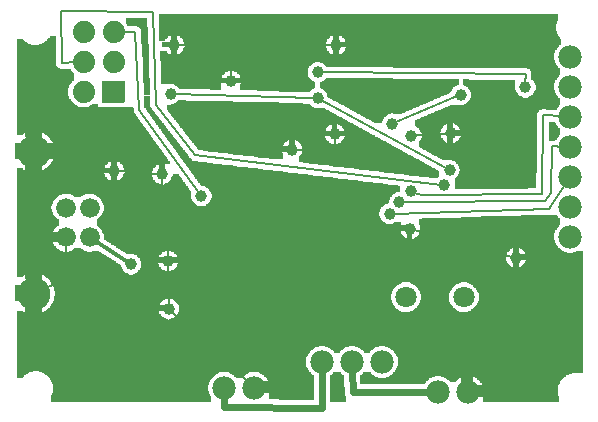
<source format=gbl>
G04 MADE WITH FRITZING*
G04 WWW.FRITZING.ORG*
G04 DOUBLE SIDED*
G04 HOLES PLATED*
G04 CONTOUR ON CENTER OF CONTOUR VECTOR*
%ASAXBY*%
%FSLAX23Y23*%
%MOIN*%
%OFA0B0*%
%SFA1.0B1.0*%
%ADD10C,0.075000*%
%ADD11C,0.074000*%
%ADD12C,0.070925*%
%ADD13C,0.070866*%
%ADD14C,0.039370*%
%ADD15C,0.066000*%
%ADD16C,0.110000*%
%ADD17C,0.078000*%
%ADD18C,0.008000*%
%ADD19C,0.012000*%
%ADD20C,0.024000*%
%ADD21R,0.001000X0.001000*%
%LNCOPPER0*%
G90*
G70*
G54D10*
X1191Y1067D03*
X1185Y1279D03*
X106Y1166D03*
G54D11*
X363Y1077D03*
X263Y1077D03*
X363Y1177D03*
X263Y1177D03*
X363Y1277D03*
X263Y1277D03*
G54D12*
X1338Y392D03*
G54D13*
X1531Y392D03*
G54D14*
X1353Y745D03*
X1316Y709D03*
X1283Y671D03*
G54D15*
X283Y592D03*
X283Y690D03*
X205Y690D03*
X205Y592D03*
G54D16*
X98Y404D03*
X98Y878D03*
G54D17*
X1885Y1193D03*
X1885Y1093D03*
X1885Y993D03*
X1885Y893D03*
X1885Y793D03*
X1885Y693D03*
X1885Y593D03*
X832Y90D03*
X732Y90D03*
X1544Y78D03*
X1444Y76D03*
G54D14*
X656Y730D03*
X1736Y1092D03*
X1044Y1142D03*
X1483Y816D03*
X1466Y766D03*
X1043Y1057D03*
X553Y1069D03*
X1520Y1067D03*
X1292Y970D03*
X545Y513D03*
X547Y354D03*
X525Y803D03*
X755Y1113D03*
X565Y1233D03*
X365Y813D03*
X1105Y1233D03*
X1352Y621D03*
X1705Y524D03*
X1487Y939D03*
X1356Y931D03*
G54D17*
X1258Y176D03*
X1158Y176D03*
X1058Y176D03*
G54D14*
X421Y503D03*
X1101Y937D03*
X959Y884D03*
G54D18*
X1796Y1001D02*
X1861Y995D01*
D02*
X1791Y736D02*
X1796Y1001D01*
D02*
X1366Y741D02*
X1391Y733D01*
D02*
X1802Y713D02*
X1821Y741D01*
D02*
X1330Y709D02*
X1802Y713D01*
D02*
X1814Y687D02*
X1872Y773D01*
D02*
X1296Y671D02*
X1814Y687D01*
D02*
X1029Y1057D02*
X566Y1069D01*
D02*
X636Y865D02*
X1453Y767D01*
D02*
X448Y1018D02*
X648Y740D01*
D02*
X436Y1276D02*
X448Y1018D01*
D02*
X190Y1174D02*
X188Y1346D01*
D02*
X188Y1346D02*
X494Y1343D01*
D02*
X494Y1343D02*
X505Y1033D01*
D02*
X237Y1176D02*
X190Y1174D01*
D02*
X505Y1033D02*
X636Y865D01*
D02*
X1471Y823D02*
X1055Y1050D01*
D02*
X1737Y1136D02*
X1736Y1106D01*
D02*
X1058Y1142D02*
X1737Y1136D01*
D02*
X388Y1277D02*
X436Y1276D01*
D02*
X545Y500D02*
X547Y367D01*
D02*
X526Y790D02*
X544Y526D01*
D02*
X755Y1233D02*
X578Y1233D01*
D02*
X755Y1126D02*
X755Y1233D01*
D02*
X1304Y976D02*
X1508Y1062D01*
D02*
X378Y812D02*
X512Y804D01*
D02*
X204Y451D02*
X547Y446D01*
D02*
X547Y446D02*
X545Y513D01*
D02*
X205Y568D02*
X204Y451D01*
D02*
X202Y451D02*
X204Y568D01*
D02*
X144Y425D02*
X202Y451D01*
D02*
X1092Y1233D02*
X755Y1233D01*
D02*
X1391Y733D02*
X1791Y736D01*
D02*
X1821Y741D02*
X1824Y896D01*
D02*
X1824Y896D02*
X1861Y894D01*
D02*
X1369Y932D02*
X1474Y938D01*
D02*
X1365Y617D02*
X1692Y528D01*
D02*
X557Y344D02*
X814Y107D01*
G54D19*
D02*
X405Y513D02*
X307Y576D01*
G54D20*
D02*
X1058Y22D02*
X732Y27D01*
D02*
X732Y27D02*
X732Y60D01*
D02*
X1058Y146D02*
X1058Y22D01*
D02*
X1160Y75D02*
X1414Y76D01*
D02*
X1159Y146D02*
X1160Y75D01*
G54D18*
D02*
X1100Y876D02*
X1100Y923D01*
D02*
X972Y883D02*
X1100Y876D01*
G36*
X404Y1324D02*
X404Y1304D01*
X406Y1304D01*
X406Y1302D01*
X408Y1302D01*
X408Y1298D01*
X410Y1298D01*
X410Y1296D01*
X440Y1296D01*
X440Y1294D01*
X446Y1294D01*
X446Y1292D01*
X448Y1292D01*
X448Y1290D01*
X450Y1290D01*
X450Y1288D01*
X452Y1288D01*
X452Y1286D01*
X454Y1286D01*
X454Y1278D01*
X456Y1278D01*
X456Y1236D01*
X458Y1236D01*
X458Y1194D01*
X460Y1194D01*
X460Y1150D01*
X462Y1150D01*
X462Y1108D01*
X464Y1108D01*
X464Y1066D01*
X484Y1066D01*
X484Y1122D01*
X482Y1122D01*
X482Y1178D01*
X480Y1178D01*
X480Y1236D01*
X478Y1236D01*
X478Y1292D01*
X476Y1292D01*
X476Y1324D01*
X404Y1324D01*
G37*
D02*
G36*
X1070Y1122D02*
X1070Y1120D01*
X1068Y1120D01*
X1068Y1118D01*
X1066Y1118D01*
X1066Y1116D01*
X1064Y1116D01*
X1064Y1114D01*
X1060Y1114D01*
X1060Y1112D01*
X1058Y1112D01*
X1058Y1110D01*
X1052Y1110D01*
X1052Y1090D01*
X1054Y1090D01*
X1054Y1088D01*
X1058Y1088D01*
X1058Y1086D01*
X1060Y1086D01*
X1060Y1084D01*
X1064Y1084D01*
X1064Y1082D01*
X1066Y1082D01*
X1066Y1080D01*
X1068Y1080D01*
X1068Y1078D01*
X1070Y1078D01*
X1070Y1074D01*
X1072Y1074D01*
X1072Y1072D01*
X1074Y1072D01*
X1074Y1068D01*
X1076Y1068D01*
X1076Y1060D01*
X1078Y1060D01*
X1078Y1058D01*
X1082Y1058D01*
X1082Y1056D01*
X1086Y1056D01*
X1086Y1054D01*
X1090Y1054D01*
X1090Y1052D01*
X1092Y1052D01*
X1092Y1050D01*
X1096Y1050D01*
X1096Y1048D01*
X1100Y1048D01*
X1100Y1046D01*
X1104Y1046D01*
X1104Y1044D01*
X1108Y1044D01*
X1108Y1042D01*
X1112Y1042D01*
X1112Y1040D01*
X1114Y1040D01*
X1114Y1038D01*
X1118Y1038D01*
X1118Y1036D01*
X1122Y1036D01*
X1122Y1034D01*
X1126Y1034D01*
X1126Y1032D01*
X1130Y1032D01*
X1130Y1030D01*
X1134Y1030D01*
X1134Y1028D01*
X1136Y1028D01*
X1136Y1026D01*
X1140Y1026D01*
X1140Y1024D01*
X1144Y1024D01*
X1144Y1022D01*
X1148Y1022D01*
X1148Y1020D01*
X1152Y1020D01*
X1152Y1018D01*
X1156Y1018D01*
X1156Y1016D01*
X1158Y1016D01*
X1158Y1014D01*
X1162Y1014D01*
X1162Y1012D01*
X1166Y1012D01*
X1166Y1010D01*
X1170Y1010D01*
X1170Y1008D01*
X1174Y1008D01*
X1174Y1006D01*
X1294Y1006D01*
X1294Y1004D01*
X1324Y1004D01*
X1324Y1006D01*
X1330Y1006D01*
X1330Y1008D01*
X1334Y1008D01*
X1334Y1010D01*
X1338Y1010D01*
X1338Y1012D01*
X1344Y1012D01*
X1344Y1014D01*
X1348Y1014D01*
X1348Y1016D01*
X1352Y1016D01*
X1352Y1018D01*
X1358Y1018D01*
X1358Y1020D01*
X1362Y1020D01*
X1362Y1022D01*
X1366Y1022D01*
X1366Y1024D01*
X1372Y1024D01*
X1372Y1026D01*
X1376Y1026D01*
X1376Y1028D01*
X1380Y1028D01*
X1380Y1030D01*
X1386Y1030D01*
X1386Y1032D01*
X1390Y1032D01*
X1390Y1034D01*
X1396Y1034D01*
X1396Y1036D01*
X1400Y1036D01*
X1400Y1038D01*
X1404Y1038D01*
X1404Y1040D01*
X1410Y1040D01*
X1410Y1042D01*
X1414Y1042D01*
X1414Y1044D01*
X1418Y1044D01*
X1418Y1046D01*
X1424Y1046D01*
X1424Y1048D01*
X1428Y1048D01*
X1428Y1050D01*
X1432Y1050D01*
X1432Y1052D01*
X1438Y1052D01*
X1438Y1054D01*
X1442Y1054D01*
X1442Y1056D01*
X1448Y1056D01*
X1448Y1058D01*
X1452Y1058D01*
X1452Y1060D01*
X1456Y1060D01*
X1456Y1062D01*
X1462Y1062D01*
X1462Y1064D01*
X1466Y1064D01*
X1466Y1066D01*
X1470Y1066D01*
X1470Y1068D01*
X1476Y1068D01*
X1476Y1070D01*
X1480Y1070D01*
X1480Y1072D01*
X1484Y1072D01*
X1484Y1074D01*
X1486Y1074D01*
X1486Y1076D01*
X1488Y1076D01*
X1488Y1080D01*
X1490Y1080D01*
X1490Y1084D01*
X1492Y1084D01*
X1492Y1086D01*
X1494Y1086D01*
X1494Y1090D01*
X1496Y1090D01*
X1496Y1092D01*
X1500Y1092D01*
X1500Y1094D01*
X1502Y1094D01*
X1502Y1096D01*
X1504Y1096D01*
X1504Y1098D01*
X1508Y1098D01*
X1508Y1100D01*
X1514Y1100D01*
X1514Y1120D01*
X1294Y1120D01*
X1294Y1122D01*
X1070Y1122D01*
G37*
D02*
G36*
X1176Y1006D02*
X1176Y1004D01*
X1180Y1004D01*
X1180Y1002D01*
X1184Y1002D01*
X1184Y1000D01*
X1188Y1000D01*
X1188Y998D01*
X1192Y998D01*
X1192Y996D01*
X1196Y996D01*
X1196Y994D01*
X1198Y994D01*
X1198Y992D01*
X1202Y992D01*
X1202Y990D01*
X1206Y990D01*
X1206Y988D01*
X1210Y988D01*
X1210Y986D01*
X1214Y986D01*
X1214Y984D01*
X1218Y984D01*
X1218Y982D01*
X1220Y982D01*
X1220Y980D01*
X1224Y980D01*
X1224Y978D01*
X1228Y978D01*
X1228Y976D01*
X1232Y976D01*
X1232Y974D01*
X1236Y974D01*
X1236Y972D01*
X1258Y972D01*
X1258Y980D01*
X1260Y980D01*
X1260Y984D01*
X1262Y984D01*
X1262Y988D01*
X1264Y988D01*
X1264Y990D01*
X1266Y990D01*
X1266Y992D01*
X1268Y992D01*
X1268Y994D01*
X1270Y994D01*
X1270Y996D01*
X1272Y996D01*
X1272Y998D01*
X1274Y998D01*
X1274Y1000D01*
X1278Y1000D01*
X1278Y1002D01*
X1282Y1002D01*
X1282Y1004D01*
X1288Y1004D01*
X1288Y1006D01*
X1176Y1006D01*
G37*
D02*
G36*
X578Y1050D02*
X578Y1048D01*
X576Y1048D01*
X576Y1046D01*
X574Y1046D01*
X574Y1044D01*
X572Y1044D01*
X572Y1042D01*
X570Y1042D01*
X570Y1040D01*
X566Y1040D01*
X566Y1038D01*
X562Y1038D01*
X562Y1036D01*
X556Y1036D01*
X556Y1034D01*
X540Y1034D01*
X540Y1018D01*
X542Y1018D01*
X542Y1016D01*
X544Y1016D01*
X544Y1012D01*
X546Y1012D01*
X546Y1010D01*
X548Y1010D01*
X548Y1008D01*
X550Y1008D01*
X550Y1004D01*
X552Y1004D01*
X552Y1002D01*
X554Y1002D01*
X554Y1000D01*
X556Y1000D01*
X556Y998D01*
X558Y998D01*
X558Y994D01*
X560Y994D01*
X560Y992D01*
X562Y992D01*
X562Y990D01*
X564Y990D01*
X564Y988D01*
X566Y988D01*
X566Y984D01*
X568Y984D01*
X568Y982D01*
X570Y982D01*
X570Y980D01*
X572Y980D01*
X572Y976D01*
X574Y976D01*
X574Y974D01*
X576Y974D01*
X576Y972D01*
X1106Y972D01*
X1106Y970D01*
X1112Y970D01*
X1112Y968D01*
X1116Y968D01*
X1116Y966D01*
X1118Y966D01*
X1118Y964D01*
X1122Y964D01*
X1122Y962D01*
X1124Y962D01*
X1124Y960D01*
X1126Y960D01*
X1126Y958D01*
X1128Y958D01*
X1128Y954D01*
X1130Y954D01*
X1130Y952D01*
X1132Y952D01*
X1132Y948D01*
X1134Y948D01*
X1134Y940D01*
X1136Y940D01*
X1136Y932D01*
X1134Y932D01*
X1134Y926D01*
X1132Y926D01*
X1132Y922D01*
X1130Y922D01*
X1130Y920D01*
X1128Y920D01*
X1128Y916D01*
X1126Y916D01*
X1126Y914D01*
X1124Y914D01*
X1124Y912D01*
X1122Y912D01*
X1122Y910D01*
X1120Y910D01*
X1120Y908D01*
X1116Y908D01*
X1116Y906D01*
X1112Y906D01*
X1112Y904D01*
X1108Y904D01*
X1108Y902D01*
X1284Y902D01*
X1284Y904D01*
X1280Y904D01*
X1280Y906D01*
X1276Y906D01*
X1276Y908D01*
X1274Y908D01*
X1274Y910D01*
X1270Y910D01*
X1270Y912D01*
X1266Y912D01*
X1266Y914D01*
X1262Y914D01*
X1262Y916D01*
X1258Y916D01*
X1258Y918D01*
X1256Y918D01*
X1256Y920D01*
X1252Y920D01*
X1252Y922D01*
X1248Y922D01*
X1248Y924D01*
X1244Y924D01*
X1244Y926D01*
X1240Y926D01*
X1240Y928D01*
X1236Y928D01*
X1236Y930D01*
X1234Y930D01*
X1234Y932D01*
X1230Y932D01*
X1230Y934D01*
X1226Y934D01*
X1226Y936D01*
X1222Y936D01*
X1222Y938D01*
X1218Y938D01*
X1218Y940D01*
X1214Y940D01*
X1214Y942D01*
X1212Y942D01*
X1212Y944D01*
X1208Y944D01*
X1208Y946D01*
X1204Y946D01*
X1204Y948D01*
X1200Y948D01*
X1200Y950D01*
X1196Y950D01*
X1196Y952D01*
X1192Y952D01*
X1192Y954D01*
X1190Y954D01*
X1190Y956D01*
X1186Y956D01*
X1186Y958D01*
X1182Y958D01*
X1182Y960D01*
X1178Y960D01*
X1178Y962D01*
X1174Y962D01*
X1174Y964D01*
X1170Y964D01*
X1170Y966D01*
X1168Y966D01*
X1168Y968D01*
X1164Y968D01*
X1164Y970D01*
X1160Y970D01*
X1160Y972D01*
X1156Y972D01*
X1156Y974D01*
X1152Y974D01*
X1152Y976D01*
X1148Y976D01*
X1148Y978D01*
X1146Y978D01*
X1146Y980D01*
X1142Y980D01*
X1142Y982D01*
X1138Y982D01*
X1138Y984D01*
X1134Y984D01*
X1134Y986D01*
X1130Y986D01*
X1130Y988D01*
X1128Y988D01*
X1128Y990D01*
X1124Y990D01*
X1124Y992D01*
X1120Y992D01*
X1120Y994D01*
X1116Y994D01*
X1116Y996D01*
X1112Y996D01*
X1112Y998D01*
X1108Y998D01*
X1108Y1000D01*
X1106Y1000D01*
X1106Y1002D01*
X1102Y1002D01*
X1102Y1004D01*
X1098Y1004D01*
X1098Y1006D01*
X1094Y1006D01*
X1094Y1008D01*
X1090Y1008D01*
X1090Y1010D01*
X1086Y1010D01*
X1086Y1012D01*
X1084Y1012D01*
X1084Y1014D01*
X1080Y1014D01*
X1080Y1016D01*
X1076Y1016D01*
X1076Y1018D01*
X1072Y1018D01*
X1072Y1020D01*
X1068Y1020D01*
X1068Y1022D01*
X1036Y1022D01*
X1036Y1024D01*
X1030Y1024D01*
X1030Y1026D01*
X1028Y1026D01*
X1028Y1028D01*
X1024Y1028D01*
X1024Y1030D01*
X1022Y1030D01*
X1022Y1032D01*
X1020Y1032D01*
X1020Y1034D01*
X1018Y1034D01*
X1018Y1036D01*
X1016Y1036D01*
X1016Y1038D01*
X994Y1038D01*
X994Y1040D01*
X916Y1040D01*
X916Y1042D01*
X838Y1042D01*
X838Y1044D01*
X760Y1044D01*
X760Y1046D01*
X684Y1046D01*
X684Y1048D01*
X606Y1048D01*
X606Y1050D01*
X578Y1050D01*
G37*
D02*
G36*
X578Y972D02*
X578Y970D01*
X580Y970D01*
X580Y966D01*
X582Y966D01*
X582Y964D01*
X584Y964D01*
X584Y962D01*
X586Y962D01*
X586Y958D01*
X588Y958D01*
X588Y956D01*
X590Y956D01*
X590Y954D01*
X592Y954D01*
X592Y952D01*
X594Y952D01*
X594Y948D01*
X596Y948D01*
X596Y946D01*
X598Y946D01*
X598Y944D01*
X600Y944D01*
X600Y942D01*
X602Y942D01*
X602Y938D01*
X604Y938D01*
X604Y936D01*
X606Y936D01*
X606Y934D01*
X608Y934D01*
X608Y930D01*
X610Y930D01*
X610Y928D01*
X612Y928D01*
X612Y926D01*
X614Y926D01*
X614Y924D01*
X616Y924D01*
X616Y920D01*
X618Y920D01*
X618Y918D01*
X968Y918D01*
X968Y916D01*
X972Y916D01*
X972Y914D01*
X976Y914D01*
X976Y912D01*
X978Y912D01*
X978Y910D01*
X980Y910D01*
X980Y908D01*
X982Y908D01*
X982Y906D01*
X984Y906D01*
X984Y904D01*
X986Y904D01*
X986Y902D01*
X1094Y902D01*
X1094Y904D01*
X1088Y904D01*
X1088Y906D01*
X1086Y906D01*
X1086Y908D01*
X1082Y908D01*
X1082Y910D01*
X1080Y910D01*
X1080Y912D01*
X1078Y912D01*
X1078Y914D01*
X1076Y914D01*
X1076Y916D01*
X1074Y916D01*
X1074Y918D01*
X1072Y918D01*
X1072Y922D01*
X1070Y922D01*
X1070Y924D01*
X1068Y924D01*
X1068Y930D01*
X1066Y930D01*
X1066Y944D01*
X1068Y944D01*
X1068Y948D01*
X1070Y948D01*
X1070Y952D01*
X1072Y952D01*
X1072Y956D01*
X1074Y956D01*
X1074Y958D01*
X1076Y958D01*
X1076Y960D01*
X1078Y960D01*
X1078Y962D01*
X1080Y962D01*
X1080Y964D01*
X1082Y964D01*
X1082Y966D01*
X1086Y966D01*
X1086Y968D01*
X1090Y968D01*
X1090Y970D01*
X1096Y970D01*
X1096Y972D01*
X578Y972D01*
G37*
D02*
G36*
X620Y918D02*
X620Y916D01*
X622Y916D01*
X622Y912D01*
X624Y912D01*
X624Y910D01*
X626Y910D01*
X626Y908D01*
X628Y908D01*
X628Y906D01*
X630Y906D01*
X630Y902D01*
X632Y902D01*
X632Y900D01*
X634Y900D01*
X634Y898D01*
X636Y898D01*
X636Y896D01*
X638Y896D01*
X638Y892D01*
X640Y892D01*
X640Y890D01*
X642Y890D01*
X642Y888D01*
X644Y888D01*
X644Y884D01*
X646Y884D01*
X646Y882D01*
X662Y882D01*
X662Y880D01*
X678Y880D01*
X678Y878D01*
X696Y878D01*
X696Y876D01*
X712Y876D01*
X712Y874D01*
X728Y874D01*
X728Y872D01*
X746Y872D01*
X746Y870D01*
X762Y870D01*
X762Y868D01*
X780Y868D01*
X780Y866D01*
X796Y866D01*
X796Y864D01*
X812Y864D01*
X812Y862D01*
X830Y862D01*
X830Y860D01*
X846Y860D01*
X846Y858D01*
X862Y858D01*
X862Y856D01*
X880Y856D01*
X880Y854D01*
X896Y854D01*
X896Y852D01*
X928Y852D01*
X928Y872D01*
X926Y872D01*
X926Y878D01*
X924Y878D01*
X924Y892D01*
X926Y892D01*
X926Y896D01*
X928Y896D01*
X928Y900D01*
X930Y900D01*
X930Y902D01*
X932Y902D01*
X932Y906D01*
X934Y906D01*
X934Y908D01*
X936Y908D01*
X936Y910D01*
X940Y910D01*
X940Y912D01*
X942Y912D01*
X942Y914D01*
X946Y914D01*
X946Y916D01*
X950Y916D01*
X950Y918D01*
X620Y918D01*
G37*
D02*
G36*
X988Y902D02*
X988Y900D01*
X1288Y900D01*
X1288Y902D01*
X988Y902D01*
G37*
D02*
G36*
X988Y902D02*
X988Y900D01*
X1288Y900D01*
X1288Y902D01*
X988Y902D01*
G37*
D02*
G36*
X988Y900D02*
X988Y898D01*
X990Y898D01*
X990Y894D01*
X992Y894D01*
X992Y888D01*
X994Y888D01*
X994Y880D01*
X992Y880D01*
X992Y874D01*
X990Y874D01*
X990Y870D01*
X988Y870D01*
X988Y866D01*
X986Y866D01*
X986Y864D01*
X984Y864D01*
X984Y862D01*
X982Y862D01*
X982Y842D01*
X996Y842D01*
X996Y840D01*
X1014Y840D01*
X1014Y838D01*
X1030Y838D01*
X1030Y836D01*
X1046Y836D01*
X1046Y834D01*
X1064Y834D01*
X1064Y832D01*
X1080Y832D01*
X1080Y830D01*
X1096Y830D01*
X1096Y828D01*
X1114Y828D01*
X1114Y826D01*
X1130Y826D01*
X1130Y824D01*
X1146Y824D01*
X1146Y822D01*
X1164Y822D01*
X1164Y820D01*
X1180Y820D01*
X1180Y818D01*
X1198Y818D01*
X1198Y816D01*
X1214Y816D01*
X1214Y814D01*
X1230Y814D01*
X1230Y812D01*
X1248Y812D01*
X1248Y810D01*
X1264Y810D01*
X1264Y808D01*
X1280Y808D01*
X1280Y806D01*
X1298Y806D01*
X1298Y804D01*
X1314Y804D01*
X1314Y802D01*
X1330Y802D01*
X1330Y800D01*
X1348Y800D01*
X1348Y798D01*
X1364Y798D01*
X1364Y796D01*
X1380Y796D01*
X1380Y794D01*
X1398Y794D01*
X1398Y792D01*
X1414Y792D01*
X1414Y790D01*
X1444Y790D01*
X1444Y792D01*
X1446Y792D01*
X1446Y794D01*
X1448Y794D01*
X1448Y814D01*
X1446Y814D01*
X1446Y816D01*
X1442Y816D01*
X1442Y818D01*
X1438Y818D01*
X1438Y820D01*
X1434Y820D01*
X1434Y822D01*
X1430Y822D01*
X1430Y824D01*
X1426Y824D01*
X1426Y826D01*
X1424Y826D01*
X1424Y828D01*
X1420Y828D01*
X1420Y830D01*
X1416Y830D01*
X1416Y832D01*
X1412Y832D01*
X1412Y834D01*
X1408Y834D01*
X1408Y836D01*
X1404Y836D01*
X1404Y838D01*
X1402Y838D01*
X1402Y840D01*
X1398Y840D01*
X1398Y842D01*
X1394Y842D01*
X1394Y844D01*
X1390Y844D01*
X1390Y846D01*
X1386Y846D01*
X1386Y848D01*
X1384Y848D01*
X1384Y850D01*
X1380Y850D01*
X1380Y852D01*
X1376Y852D01*
X1376Y854D01*
X1372Y854D01*
X1372Y856D01*
X1368Y856D01*
X1368Y858D01*
X1364Y858D01*
X1364Y860D01*
X1362Y860D01*
X1362Y862D01*
X1358Y862D01*
X1358Y864D01*
X1354Y864D01*
X1354Y866D01*
X1350Y866D01*
X1350Y868D01*
X1346Y868D01*
X1346Y870D01*
X1342Y870D01*
X1342Y872D01*
X1340Y872D01*
X1340Y874D01*
X1336Y874D01*
X1336Y876D01*
X1332Y876D01*
X1332Y878D01*
X1328Y878D01*
X1328Y880D01*
X1324Y880D01*
X1324Y882D01*
X1320Y882D01*
X1320Y884D01*
X1318Y884D01*
X1318Y886D01*
X1314Y886D01*
X1314Y888D01*
X1310Y888D01*
X1310Y890D01*
X1306Y890D01*
X1306Y892D01*
X1302Y892D01*
X1302Y894D01*
X1298Y894D01*
X1298Y896D01*
X1296Y896D01*
X1296Y898D01*
X1292Y898D01*
X1292Y900D01*
X988Y900D01*
G37*
D02*
G36*
X514Y1338D02*
X514Y1294D01*
X516Y1294D01*
X516Y1268D01*
X1110Y1268D01*
X1110Y1266D01*
X1116Y1266D01*
X1116Y1264D01*
X1120Y1264D01*
X1120Y1262D01*
X1124Y1262D01*
X1124Y1260D01*
X1126Y1260D01*
X1126Y1258D01*
X1128Y1258D01*
X1128Y1256D01*
X1130Y1256D01*
X1130Y1254D01*
X1132Y1254D01*
X1132Y1252D01*
X1134Y1252D01*
X1134Y1248D01*
X1136Y1248D01*
X1136Y1244D01*
X1138Y1244D01*
X1138Y1238D01*
X1140Y1238D01*
X1140Y1228D01*
X1138Y1228D01*
X1138Y1222D01*
X1136Y1222D01*
X1136Y1218D01*
X1134Y1218D01*
X1134Y1214D01*
X1132Y1214D01*
X1132Y1212D01*
X1130Y1212D01*
X1130Y1210D01*
X1128Y1210D01*
X1128Y1208D01*
X1126Y1208D01*
X1126Y1206D01*
X1124Y1206D01*
X1124Y1204D01*
X1120Y1204D01*
X1120Y1202D01*
X1116Y1202D01*
X1116Y1200D01*
X1110Y1200D01*
X1110Y1198D01*
X1832Y1198D01*
X1832Y1206D01*
X1834Y1206D01*
X1834Y1210D01*
X1836Y1210D01*
X1836Y1216D01*
X1838Y1216D01*
X1838Y1218D01*
X1840Y1218D01*
X1840Y1222D01*
X1842Y1222D01*
X1842Y1224D01*
X1844Y1224D01*
X1844Y1226D01*
X1846Y1226D01*
X1846Y1228D01*
X1848Y1228D01*
X1848Y1232D01*
X1852Y1232D01*
X1852Y1234D01*
X1854Y1234D01*
X1854Y1254D01*
X1852Y1254D01*
X1852Y1256D01*
X1850Y1256D01*
X1850Y1260D01*
X1848Y1260D01*
X1848Y1262D01*
X1846Y1262D01*
X1846Y1266D01*
X1844Y1266D01*
X1844Y1270D01*
X1842Y1270D01*
X1842Y1274D01*
X1840Y1274D01*
X1840Y1280D01*
X1838Y1280D01*
X1838Y1302D01*
X1840Y1302D01*
X1840Y1310D01*
X1842Y1310D01*
X1842Y1314D01*
X1844Y1314D01*
X1844Y1318D01*
X1846Y1318D01*
X1846Y1338D01*
X514Y1338D01*
G37*
D02*
G36*
X516Y1268D02*
X516Y1248D01*
X536Y1248D01*
X536Y1252D01*
X538Y1252D01*
X538Y1254D01*
X540Y1254D01*
X540Y1256D01*
X542Y1256D01*
X542Y1258D01*
X544Y1258D01*
X544Y1260D01*
X546Y1260D01*
X546Y1262D01*
X550Y1262D01*
X550Y1264D01*
X554Y1264D01*
X554Y1266D01*
X560Y1266D01*
X560Y1268D01*
X516Y1268D01*
G37*
D02*
G36*
X570Y1268D02*
X570Y1266D01*
X576Y1266D01*
X576Y1264D01*
X580Y1264D01*
X580Y1262D01*
X584Y1262D01*
X584Y1260D01*
X586Y1260D01*
X586Y1258D01*
X588Y1258D01*
X588Y1256D01*
X590Y1256D01*
X590Y1254D01*
X592Y1254D01*
X592Y1252D01*
X594Y1252D01*
X594Y1248D01*
X596Y1248D01*
X596Y1244D01*
X598Y1244D01*
X598Y1238D01*
X600Y1238D01*
X600Y1228D01*
X598Y1228D01*
X598Y1222D01*
X596Y1222D01*
X596Y1218D01*
X594Y1218D01*
X594Y1214D01*
X592Y1214D01*
X592Y1212D01*
X590Y1212D01*
X590Y1210D01*
X588Y1210D01*
X588Y1208D01*
X586Y1208D01*
X586Y1206D01*
X584Y1206D01*
X584Y1204D01*
X580Y1204D01*
X580Y1202D01*
X576Y1202D01*
X576Y1200D01*
X570Y1200D01*
X570Y1198D01*
X1100Y1198D01*
X1100Y1200D01*
X1094Y1200D01*
X1094Y1202D01*
X1090Y1202D01*
X1090Y1204D01*
X1086Y1204D01*
X1086Y1206D01*
X1084Y1206D01*
X1084Y1208D01*
X1082Y1208D01*
X1082Y1210D01*
X1080Y1210D01*
X1080Y1212D01*
X1078Y1212D01*
X1078Y1214D01*
X1076Y1214D01*
X1076Y1218D01*
X1074Y1218D01*
X1074Y1222D01*
X1072Y1222D01*
X1072Y1228D01*
X1070Y1228D01*
X1070Y1238D01*
X1072Y1238D01*
X1072Y1244D01*
X1074Y1244D01*
X1074Y1248D01*
X1076Y1248D01*
X1076Y1252D01*
X1078Y1252D01*
X1078Y1254D01*
X1080Y1254D01*
X1080Y1256D01*
X1082Y1256D01*
X1082Y1258D01*
X1084Y1258D01*
X1084Y1260D01*
X1086Y1260D01*
X1086Y1262D01*
X1090Y1262D01*
X1090Y1264D01*
X1094Y1264D01*
X1094Y1266D01*
X1100Y1266D01*
X1100Y1268D01*
X570Y1268D01*
G37*
D02*
G36*
X518Y1214D02*
X518Y1198D01*
X560Y1198D01*
X560Y1200D01*
X554Y1200D01*
X554Y1202D01*
X550Y1202D01*
X550Y1204D01*
X546Y1204D01*
X546Y1206D01*
X544Y1206D01*
X544Y1208D01*
X542Y1208D01*
X542Y1210D01*
X540Y1210D01*
X540Y1212D01*
X538Y1212D01*
X538Y1214D01*
X518Y1214D01*
G37*
D02*
G36*
X518Y1198D02*
X518Y1196D01*
X1832Y1196D01*
X1832Y1198D01*
X518Y1198D01*
G37*
D02*
G36*
X518Y1198D02*
X518Y1196D01*
X1832Y1196D01*
X1832Y1198D01*
X518Y1198D01*
G37*
D02*
G36*
X518Y1198D02*
X518Y1196D01*
X1832Y1196D01*
X1832Y1198D01*
X518Y1198D01*
G37*
D02*
G36*
X518Y1196D02*
X518Y1180D01*
X520Y1180D01*
X520Y1176D01*
X1052Y1176D01*
X1052Y1174D01*
X1058Y1174D01*
X1058Y1172D01*
X1060Y1172D01*
X1060Y1170D01*
X1064Y1170D01*
X1064Y1168D01*
X1066Y1168D01*
X1066Y1166D01*
X1068Y1166D01*
X1068Y1164D01*
X1070Y1164D01*
X1070Y1162D01*
X1072Y1162D01*
X1072Y1160D01*
X1296Y1160D01*
X1296Y1158D01*
X1548Y1158D01*
X1548Y1156D01*
X1742Y1156D01*
X1742Y1154D01*
X1746Y1154D01*
X1746Y1152D01*
X1750Y1152D01*
X1750Y1150D01*
X1752Y1150D01*
X1752Y1146D01*
X1754Y1146D01*
X1754Y1142D01*
X1756Y1142D01*
X1756Y1118D01*
X1758Y1118D01*
X1758Y1116D01*
X1760Y1116D01*
X1760Y1114D01*
X1762Y1114D01*
X1762Y1112D01*
X1764Y1112D01*
X1764Y1108D01*
X1766Y1108D01*
X1766Y1106D01*
X1768Y1106D01*
X1768Y1100D01*
X1770Y1100D01*
X1770Y1084D01*
X1768Y1084D01*
X1768Y1080D01*
X1766Y1080D01*
X1766Y1076D01*
X1764Y1076D01*
X1764Y1074D01*
X1762Y1074D01*
X1762Y1072D01*
X1760Y1072D01*
X1760Y1068D01*
X1756Y1068D01*
X1756Y1066D01*
X1754Y1066D01*
X1754Y1064D01*
X1752Y1064D01*
X1752Y1062D01*
X1748Y1062D01*
X1748Y1060D01*
X1744Y1060D01*
X1744Y1058D01*
X1846Y1058D01*
X1846Y1060D01*
X1844Y1060D01*
X1844Y1062D01*
X1842Y1062D01*
X1842Y1066D01*
X1840Y1066D01*
X1840Y1068D01*
X1838Y1068D01*
X1838Y1072D01*
X1836Y1072D01*
X1836Y1076D01*
X1834Y1076D01*
X1834Y1082D01*
X1832Y1082D01*
X1832Y1106D01*
X1834Y1106D01*
X1834Y1110D01*
X1836Y1110D01*
X1836Y1116D01*
X1838Y1116D01*
X1838Y1118D01*
X1840Y1118D01*
X1840Y1122D01*
X1842Y1122D01*
X1842Y1124D01*
X1844Y1124D01*
X1844Y1126D01*
X1846Y1126D01*
X1846Y1128D01*
X1848Y1128D01*
X1848Y1132D01*
X1852Y1132D01*
X1852Y1154D01*
X1850Y1154D01*
X1850Y1156D01*
X1848Y1156D01*
X1848Y1158D01*
X1846Y1158D01*
X1846Y1160D01*
X1844Y1160D01*
X1844Y1162D01*
X1842Y1162D01*
X1842Y1166D01*
X1840Y1166D01*
X1840Y1168D01*
X1838Y1168D01*
X1838Y1172D01*
X1836Y1172D01*
X1836Y1176D01*
X1834Y1176D01*
X1834Y1182D01*
X1832Y1182D01*
X1832Y1196D01*
X518Y1196D01*
G37*
D02*
G36*
X520Y1176D02*
X520Y1148D01*
X760Y1148D01*
X760Y1146D01*
X766Y1146D01*
X766Y1144D01*
X770Y1144D01*
X770Y1142D01*
X774Y1142D01*
X774Y1140D01*
X776Y1140D01*
X776Y1138D01*
X778Y1138D01*
X778Y1136D01*
X780Y1136D01*
X780Y1134D01*
X782Y1134D01*
X782Y1132D01*
X784Y1132D01*
X784Y1128D01*
X786Y1128D01*
X786Y1124D01*
X788Y1124D01*
X788Y1118D01*
X790Y1118D01*
X790Y1108D01*
X788Y1108D01*
X788Y1102D01*
X786Y1102D01*
X786Y1082D01*
X840Y1082D01*
X840Y1080D01*
X916Y1080D01*
X916Y1078D01*
X994Y1078D01*
X994Y1076D01*
X1016Y1076D01*
X1016Y1078D01*
X1018Y1078D01*
X1018Y1080D01*
X1020Y1080D01*
X1020Y1082D01*
X1022Y1082D01*
X1022Y1084D01*
X1024Y1084D01*
X1024Y1086D01*
X1028Y1086D01*
X1028Y1088D01*
X1032Y1088D01*
X1032Y1090D01*
X1036Y1090D01*
X1036Y1110D01*
X1030Y1110D01*
X1030Y1112D01*
X1028Y1112D01*
X1028Y1114D01*
X1024Y1114D01*
X1024Y1116D01*
X1022Y1116D01*
X1022Y1118D01*
X1020Y1118D01*
X1020Y1120D01*
X1018Y1120D01*
X1018Y1122D01*
X1016Y1122D01*
X1016Y1126D01*
X1014Y1126D01*
X1014Y1128D01*
X1012Y1128D01*
X1012Y1134D01*
X1010Y1134D01*
X1010Y1150D01*
X1012Y1150D01*
X1012Y1156D01*
X1014Y1156D01*
X1014Y1158D01*
X1016Y1158D01*
X1016Y1162D01*
X1018Y1162D01*
X1018Y1164D01*
X1020Y1164D01*
X1020Y1166D01*
X1022Y1166D01*
X1022Y1168D01*
X1024Y1168D01*
X1024Y1170D01*
X1028Y1170D01*
X1028Y1172D01*
X1030Y1172D01*
X1030Y1174D01*
X1036Y1174D01*
X1036Y1176D01*
X520Y1176D01*
G37*
D02*
G36*
X520Y1148D02*
X520Y1122D01*
X522Y1122D01*
X522Y1104D01*
X560Y1104D01*
X560Y1102D01*
X564Y1102D01*
X564Y1100D01*
X568Y1100D01*
X568Y1098D01*
X572Y1098D01*
X572Y1096D01*
X574Y1096D01*
X574Y1094D01*
X576Y1094D01*
X576Y1092D01*
X578Y1092D01*
X578Y1090D01*
X580Y1090D01*
X580Y1088D01*
X606Y1088D01*
X606Y1086D01*
X684Y1086D01*
X684Y1084D01*
X722Y1084D01*
X722Y1108D01*
X720Y1108D01*
X720Y1118D01*
X722Y1118D01*
X722Y1124D01*
X724Y1124D01*
X724Y1128D01*
X726Y1128D01*
X726Y1132D01*
X728Y1132D01*
X728Y1134D01*
X730Y1134D01*
X730Y1136D01*
X732Y1136D01*
X732Y1138D01*
X734Y1138D01*
X734Y1140D01*
X736Y1140D01*
X736Y1142D01*
X740Y1142D01*
X740Y1144D01*
X744Y1144D01*
X744Y1146D01*
X750Y1146D01*
X750Y1148D01*
X520Y1148D01*
G37*
D02*
G36*
X1528Y1120D02*
X1528Y1100D01*
X1532Y1100D01*
X1532Y1098D01*
X1536Y1098D01*
X1536Y1096D01*
X1538Y1096D01*
X1538Y1094D01*
X1542Y1094D01*
X1542Y1092D01*
X1544Y1092D01*
X1544Y1090D01*
X1546Y1090D01*
X1546Y1086D01*
X1548Y1086D01*
X1548Y1084D01*
X1550Y1084D01*
X1550Y1080D01*
X1552Y1080D01*
X1552Y1076D01*
X1554Y1076D01*
X1554Y1058D01*
X1728Y1058D01*
X1728Y1060D01*
X1724Y1060D01*
X1724Y1062D01*
X1720Y1062D01*
X1720Y1064D01*
X1716Y1064D01*
X1716Y1066D01*
X1714Y1066D01*
X1714Y1068D01*
X1712Y1068D01*
X1712Y1070D01*
X1710Y1070D01*
X1710Y1072D01*
X1708Y1072D01*
X1708Y1076D01*
X1706Y1076D01*
X1706Y1078D01*
X1704Y1078D01*
X1704Y1082D01*
X1702Y1082D01*
X1702Y1118D01*
X1548Y1118D01*
X1548Y1120D01*
X1528Y1120D01*
G37*
D02*
G36*
X522Y1104D02*
X522Y1102D01*
X546Y1102D01*
X546Y1104D01*
X522Y1104D01*
G37*
D02*
G36*
X1552Y1058D02*
X1552Y1056D01*
X1848Y1056D01*
X1848Y1058D01*
X1552Y1058D01*
G37*
D02*
G36*
X1552Y1058D02*
X1552Y1056D01*
X1848Y1056D01*
X1848Y1058D01*
X1552Y1058D01*
G37*
D02*
G36*
X1552Y1056D02*
X1552Y1054D01*
X1550Y1054D01*
X1550Y1050D01*
X1548Y1050D01*
X1548Y1048D01*
X1546Y1048D01*
X1546Y1046D01*
X1544Y1046D01*
X1544Y1044D01*
X1542Y1044D01*
X1542Y1042D01*
X1540Y1042D01*
X1540Y1040D01*
X1538Y1040D01*
X1538Y1038D01*
X1534Y1038D01*
X1534Y1036D01*
X1530Y1036D01*
X1530Y1034D01*
X1524Y1034D01*
X1524Y1032D01*
X1852Y1032D01*
X1852Y1054D01*
X1850Y1054D01*
X1850Y1056D01*
X1552Y1056D01*
G37*
D02*
G36*
X1488Y1034D02*
X1488Y1032D01*
X1516Y1032D01*
X1516Y1034D01*
X1488Y1034D01*
G37*
D02*
G36*
X1484Y1032D02*
X1484Y1030D01*
X1848Y1030D01*
X1848Y1032D01*
X1484Y1032D01*
G37*
D02*
G36*
X1484Y1032D02*
X1484Y1030D01*
X1848Y1030D01*
X1848Y1032D01*
X1484Y1032D01*
G37*
D02*
G36*
X1478Y1030D02*
X1478Y1028D01*
X1474Y1028D01*
X1474Y1026D01*
X1468Y1026D01*
X1468Y1024D01*
X1464Y1024D01*
X1464Y1022D01*
X1460Y1022D01*
X1460Y1020D01*
X1806Y1020D01*
X1806Y1018D01*
X1840Y1018D01*
X1840Y1022D01*
X1842Y1022D01*
X1842Y1024D01*
X1844Y1024D01*
X1844Y1026D01*
X1846Y1026D01*
X1846Y1028D01*
X1848Y1028D01*
X1848Y1030D01*
X1478Y1030D01*
G37*
D02*
G36*
X1454Y1020D02*
X1454Y1018D01*
X1450Y1018D01*
X1450Y1016D01*
X1446Y1016D01*
X1446Y1014D01*
X1440Y1014D01*
X1440Y1012D01*
X1436Y1012D01*
X1436Y1010D01*
X1432Y1010D01*
X1432Y1008D01*
X1426Y1008D01*
X1426Y1006D01*
X1422Y1006D01*
X1422Y1004D01*
X1418Y1004D01*
X1418Y1002D01*
X1412Y1002D01*
X1412Y1000D01*
X1408Y1000D01*
X1408Y998D01*
X1402Y998D01*
X1402Y996D01*
X1398Y996D01*
X1398Y994D01*
X1394Y994D01*
X1394Y992D01*
X1388Y992D01*
X1388Y990D01*
X1384Y990D01*
X1384Y988D01*
X1380Y988D01*
X1380Y986D01*
X1374Y986D01*
X1374Y984D01*
X1370Y984D01*
X1370Y982D01*
X1368Y982D01*
X1368Y974D01*
X1492Y974D01*
X1492Y972D01*
X1498Y972D01*
X1498Y970D01*
X1502Y970D01*
X1502Y968D01*
X1506Y968D01*
X1506Y966D01*
X1508Y966D01*
X1508Y964D01*
X1510Y964D01*
X1510Y962D01*
X1512Y962D01*
X1512Y960D01*
X1514Y960D01*
X1514Y958D01*
X1516Y958D01*
X1516Y954D01*
X1518Y954D01*
X1518Y950D01*
X1520Y950D01*
X1520Y946D01*
X1522Y946D01*
X1522Y932D01*
X1520Y932D01*
X1520Y928D01*
X1518Y928D01*
X1518Y924D01*
X1516Y924D01*
X1516Y920D01*
X1514Y920D01*
X1514Y918D01*
X1512Y918D01*
X1512Y916D01*
X1510Y916D01*
X1510Y914D01*
X1508Y914D01*
X1508Y912D01*
X1506Y912D01*
X1506Y910D01*
X1502Y910D01*
X1502Y908D01*
X1498Y908D01*
X1498Y906D01*
X1492Y906D01*
X1492Y904D01*
X1774Y904D01*
X1774Y918D01*
X1776Y918D01*
X1776Y1006D01*
X1778Y1006D01*
X1778Y1010D01*
X1780Y1010D01*
X1780Y1014D01*
X1782Y1014D01*
X1782Y1016D01*
X1786Y1016D01*
X1786Y1018D01*
X1790Y1018D01*
X1790Y1020D01*
X1454Y1020D01*
G37*
D02*
G36*
X1368Y974D02*
X1368Y962D01*
X1372Y962D01*
X1372Y960D01*
X1374Y960D01*
X1374Y958D01*
X1376Y958D01*
X1376Y956D01*
X1380Y956D01*
X1380Y952D01*
X1382Y952D01*
X1382Y950D01*
X1384Y950D01*
X1384Y948D01*
X1386Y948D01*
X1386Y944D01*
X1388Y944D01*
X1388Y940D01*
X1390Y940D01*
X1390Y922D01*
X1388Y922D01*
X1388Y918D01*
X1386Y918D01*
X1386Y914D01*
X1384Y914D01*
X1384Y912D01*
X1382Y912D01*
X1382Y904D01*
X1482Y904D01*
X1482Y906D01*
X1476Y906D01*
X1476Y908D01*
X1472Y908D01*
X1472Y910D01*
X1468Y910D01*
X1468Y912D01*
X1466Y912D01*
X1466Y914D01*
X1464Y914D01*
X1464Y916D01*
X1462Y916D01*
X1462Y918D01*
X1460Y918D01*
X1460Y922D01*
X1458Y922D01*
X1458Y924D01*
X1456Y924D01*
X1456Y928D01*
X1454Y928D01*
X1454Y934D01*
X1452Y934D01*
X1452Y944D01*
X1454Y944D01*
X1454Y950D01*
X1456Y950D01*
X1456Y954D01*
X1458Y954D01*
X1458Y956D01*
X1460Y956D01*
X1460Y960D01*
X1462Y960D01*
X1462Y962D01*
X1464Y962D01*
X1464Y964D01*
X1466Y964D01*
X1466Y966D01*
X1470Y966D01*
X1470Y968D01*
X1472Y968D01*
X1472Y970D01*
X1476Y970D01*
X1476Y972D01*
X1482Y972D01*
X1482Y974D01*
X1368Y974D01*
G37*
D02*
G36*
X1382Y904D02*
X1382Y902D01*
X1774Y902D01*
X1774Y904D01*
X1382Y904D01*
G37*
D02*
G36*
X1382Y904D02*
X1382Y902D01*
X1774Y902D01*
X1774Y904D01*
X1382Y904D01*
G37*
D02*
G36*
X1382Y902D02*
X1382Y892D01*
X1386Y892D01*
X1386Y890D01*
X1390Y890D01*
X1390Y888D01*
X1392Y888D01*
X1392Y886D01*
X1396Y886D01*
X1396Y884D01*
X1400Y884D01*
X1400Y882D01*
X1404Y882D01*
X1404Y880D01*
X1408Y880D01*
X1408Y878D01*
X1412Y878D01*
X1412Y876D01*
X1414Y876D01*
X1414Y874D01*
X1418Y874D01*
X1418Y872D01*
X1422Y872D01*
X1422Y870D01*
X1426Y870D01*
X1426Y868D01*
X1430Y868D01*
X1430Y866D01*
X1432Y866D01*
X1432Y864D01*
X1436Y864D01*
X1436Y862D01*
X1440Y862D01*
X1440Y860D01*
X1444Y860D01*
X1444Y858D01*
X1448Y858D01*
X1448Y856D01*
X1452Y856D01*
X1452Y854D01*
X1454Y854D01*
X1454Y852D01*
X1458Y852D01*
X1458Y850D01*
X1492Y850D01*
X1492Y848D01*
X1496Y848D01*
X1496Y846D01*
X1500Y846D01*
X1500Y844D01*
X1502Y844D01*
X1502Y842D01*
X1504Y842D01*
X1504Y840D01*
X1506Y840D01*
X1506Y838D01*
X1508Y838D01*
X1508Y836D01*
X1510Y836D01*
X1510Y834D01*
X1512Y834D01*
X1512Y830D01*
X1514Y830D01*
X1514Y826D01*
X1516Y826D01*
X1516Y820D01*
X1518Y820D01*
X1518Y812D01*
X1516Y812D01*
X1516Y806D01*
X1514Y806D01*
X1514Y802D01*
X1512Y802D01*
X1512Y798D01*
X1510Y798D01*
X1510Y796D01*
X1508Y796D01*
X1508Y794D01*
X1506Y794D01*
X1506Y792D01*
X1504Y792D01*
X1504Y790D01*
X1502Y790D01*
X1502Y788D01*
X1500Y788D01*
X1500Y754D01*
X1746Y754D01*
X1746Y756D01*
X1772Y756D01*
X1772Y808D01*
X1774Y808D01*
X1774Y902D01*
X1382Y902D01*
G37*
D02*
G36*
X1814Y978D02*
X1814Y914D01*
X1836Y914D01*
X1836Y916D01*
X1838Y916D01*
X1838Y918D01*
X1840Y918D01*
X1840Y922D01*
X1842Y922D01*
X1842Y924D01*
X1844Y924D01*
X1844Y926D01*
X1846Y926D01*
X1846Y928D01*
X1848Y928D01*
X1848Y932D01*
X1852Y932D01*
X1852Y954D01*
X1850Y954D01*
X1850Y956D01*
X1848Y956D01*
X1848Y958D01*
X1846Y958D01*
X1846Y960D01*
X1844Y960D01*
X1844Y962D01*
X1842Y962D01*
X1842Y966D01*
X1840Y966D01*
X1840Y968D01*
X1838Y968D01*
X1838Y972D01*
X1836Y972D01*
X1836Y976D01*
X1834Y976D01*
X1834Y978D01*
X1814Y978D01*
G37*
D02*
G36*
X1098Y144D02*
X1098Y142D01*
X1096Y142D01*
X1096Y140D01*
X1094Y140D01*
X1094Y138D01*
X1092Y138D01*
X1092Y136D01*
X1090Y136D01*
X1090Y134D01*
X1088Y134D01*
X1088Y132D01*
X1086Y132D01*
X1086Y42D01*
X1138Y42D01*
X1138Y62D01*
X1136Y62D01*
X1136Y66D01*
X1134Y66D01*
X1134Y94D01*
X1132Y94D01*
X1132Y132D01*
X1128Y132D01*
X1128Y134D01*
X1126Y134D01*
X1126Y136D01*
X1124Y136D01*
X1124Y138D01*
X1122Y138D01*
X1122Y140D01*
X1120Y140D01*
X1120Y142D01*
X1118Y142D01*
X1118Y144D01*
X1098Y144D01*
G37*
D02*
G36*
X150Y1262D02*
X150Y1258D01*
X148Y1258D01*
X148Y1256D01*
X146Y1256D01*
X146Y1254D01*
X144Y1254D01*
X144Y1252D01*
X142Y1252D01*
X142Y1250D01*
X140Y1250D01*
X140Y1248D01*
X138Y1248D01*
X138Y1246D01*
X136Y1246D01*
X136Y1244D01*
X132Y1244D01*
X132Y1242D01*
X130Y1242D01*
X130Y1240D01*
X126Y1240D01*
X126Y1238D01*
X122Y1238D01*
X122Y1236D01*
X116Y1236D01*
X116Y1234D01*
X170Y1234D01*
X170Y1262D01*
X150Y1262D01*
G37*
D02*
G36*
X40Y1254D02*
X40Y1234D01*
X88Y1234D01*
X88Y1236D01*
X82Y1236D01*
X82Y1238D01*
X78Y1238D01*
X78Y1240D01*
X74Y1240D01*
X74Y1242D01*
X72Y1242D01*
X72Y1244D01*
X68Y1244D01*
X68Y1246D01*
X66Y1246D01*
X66Y1248D01*
X64Y1248D01*
X64Y1250D01*
X62Y1250D01*
X62Y1252D01*
X60Y1252D01*
X60Y1254D01*
X40Y1254D01*
G37*
D02*
G36*
X40Y1234D02*
X40Y1232D01*
X170Y1232D01*
X170Y1234D01*
X40Y1234D01*
G37*
D02*
G36*
X40Y1234D02*
X40Y1232D01*
X170Y1232D01*
X170Y1234D01*
X40Y1234D01*
G37*
D02*
G36*
X40Y1232D02*
X40Y1026D01*
X250Y1026D01*
X250Y1028D01*
X246Y1028D01*
X246Y1030D01*
X242Y1030D01*
X242Y1032D01*
X238Y1032D01*
X238Y1034D01*
X234Y1034D01*
X234Y1036D01*
X232Y1036D01*
X232Y1038D01*
X230Y1038D01*
X230Y1040D01*
X228Y1040D01*
X228Y1042D01*
X226Y1042D01*
X226Y1044D01*
X224Y1044D01*
X224Y1046D01*
X222Y1046D01*
X222Y1048D01*
X220Y1048D01*
X220Y1052D01*
X218Y1052D01*
X218Y1054D01*
X216Y1054D01*
X216Y1058D01*
X214Y1058D01*
X214Y1064D01*
X212Y1064D01*
X212Y1072D01*
X210Y1072D01*
X210Y1082D01*
X212Y1082D01*
X212Y1090D01*
X214Y1090D01*
X214Y1096D01*
X216Y1096D01*
X216Y1100D01*
X218Y1100D01*
X218Y1102D01*
X220Y1102D01*
X220Y1106D01*
X222Y1106D01*
X222Y1108D01*
X224Y1108D01*
X224Y1110D01*
X226Y1110D01*
X226Y1112D01*
X228Y1112D01*
X228Y1114D01*
X230Y1114D01*
X230Y1116D01*
X232Y1116D01*
X232Y1138D01*
X230Y1138D01*
X230Y1140D01*
X228Y1140D01*
X228Y1142D01*
X226Y1142D01*
X226Y1144D01*
X224Y1144D01*
X224Y1146D01*
X222Y1146D01*
X222Y1148D01*
X220Y1148D01*
X220Y1152D01*
X218Y1152D01*
X218Y1154D01*
X186Y1154D01*
X186Y1156D01*
X180Y1156D01*
X180Y1158D01*
X178Y1158D01*
X178Y1160D01*
X176Y1160D01*
X176Y1162D01*
X174Y1162D01*
X174Y1164D01*
X172Y1164D01*
X172Y1170D01*
X170Y1170D01*
X170Y1232D01*
X40Y1232D01*
G37*
D02*
G36*
X466Y1064D02*
X466Y1024D01*
X468Y1024D01*
X468Y1022D01*
X470Y1022D01*
X470Y1018D01*
X472Y1018D01*
X472Y1016D01*
X474Y1016D01*
X474Y1014D01*
X476Y1014D01*
X476Y1010D01*
X478Y1010D01*
X478Y1008D01*
X480Y1008D01*
X480Y1004D01*
X482Y1004D01*
X482Y1002D01*
X484Y1002D01*
X484Y1000D01*
X486Y1000D01*
X486Y996D01*
X488Y996D01*
X488Y994D01*
X490Y994D01*
X490Y992D01*
X492Y992D01*
X492Y988D01*
X494Y988D01*
X494Y986D01*
X496Y986D01*
X496Y982D01*
X498Y982D01*
X498Y980D01*
X500Y980D01*
X500Y978D01*
X502Y978D01*
X502Y974D01*
X504Y974D01*
X504Y972D01*
X506Y972D01*
X506Y968D01*
X508Y968D01*
X508Y966D01*
X510Y966D01*
X510Y964D01*
X512Y964D01*
X512Y960D01*
X514Y960D01*
X514Y958D01*
X516Y958D01*
X516Y954D01*
X518Y954D01*
X518Y952D01*
X520Y952D01*
X520Y950D01*
X522Y950D01*
X522Y946D01*
X524Y946D01*
X524Y944D01*
X526Y944D01*
X526Y940D01*
X528Y940D01*
X528Y938D01*
X530Y938D01*
X530Y936D01*
X532Y936D01*
X532Y932D01*
X534Y932D01*
X534Y930D01*
X536Y930D01*
X536Y928D01*
X538Y928D01*
X538Y924D01*
X540Y924D01*
X540Y922D01*
X542Y922D01*
X542Y918D01*
X544Y918D01*
X544Y916D01*
X546Y916D01*
X546Y914D01*
X548Y914D01*
X548Y910D01*
X550Y910D01*
X550Y908D01*
X552Y908D01*
X552Y904D01*
X554Y904D01*
X554Y902D01*
X556Y902D01*
X556Y900D01*
X558Y900D01*
X558Y896D01*
X560Y896D01*
X560Y894D01*
X562Y894D01*
X562Y890D01*
X564Y890D01*
X564Y888D01*
X566Y888D01*
X566Y886D01*
X568Y886D01*
X568Y882D01*
X570Y882D01*
X570Y880D01*
X572Y880D01*
X572Y878D01*
X574Y878D01*
X574Y874D01*
X576Y874D01*
X576Y872D01*
X578Y872D01*
X578Y868D01*
X580Y868D01*
X580Y866D01*
X582Y866D01*
X582Y864D01*
X584Y864D01*
X584Y860D01*
X586Y860D01*
X586Y858D01*
X588Y858D01*
X588Y854D01*
X590Y854D01*
X590Y852D01*
X592Y852D01*
X592Y850D01*
X594Y850D01*
X594Y846D01*
X596Y846D01*
X596Y844D01*
X598Y844D01*
X598Y840D01*
X600Y840D01*
X600Y838D01*
X602Y838D01*
X602Y836D01*
X604Y836D01*
X604Y832D01*
X606Y832D01*
X606Y830D01*
X608Y830D01*
X608Y826D01*
X610Y826D01*
X610Y824D01*
X612Y824D01*
X612Y822D01*
X614Y822D01*
X614Y818D01*
X616Y818D01*
X616Y816D01*
X618Y816D01*
X618Y814D01*
X620Y814D01*
X620Y810D01*
X622Y810D01*
X622Y808D01*
X624Y808D01*
X624Y804D01*
X626Y804D01*
X626Y802D01*
X628Y802D01*
X628Y800D01*
X630Y800D01*
X630Y796D01*
X632Y796D01*
X632Y794D01*
X634Y794D01*
X634Y790D01*
X636Y790D01*
X636Y788D01*
X638Y788D01*
X638Y786D01*
X640Y786D01*
X640Y782D01*
X642Y782D01*
X642Y780D01*
X644Y780D01*
X644Y776D01*
X646Y776D01*
X646Y774D01*
X648Y774D01*
X648Y772D01*
X650Y772D01*
X650Y768D01*
X652Y768D01*
X652Y766D01*
X654Y766D01*
X654Y764D01*
X664Y764D01*
X664Y762D01*
X668Y762D01*
X668Y760D01*
X672Y760D01*
X672Y758D01*
X674Y758D01*
X674Y756D01*
X678Y756D01*
X678Y754D01*
X680Y754D01*
X680Y752D01*
X682Y752D01*
X682Y748D01*
X684Y748D01*
X684Y746D01*
X686Y746D01*
X686Y742D01*
X688Y742D01*
X688Y738D01*
X690Y738D01*
X690Y722D01*
X688Y722D01*
X688Y718D01*
X686Y718D01*
X686Y714D01*
X684Y714D01*
X684Y710D01*
X682Y710D01*
X682Y708D01*
X680Y708D01*
X680Y706D01*
X678Y706D01*
X678Y704D01*
X676Y704D01*
X676Y702D01*
X672Y702D01*
X672Y700D01*
X670Y700D01*
X670Y698D01*
X666Y698D01*
X666Y696D01*
X656Y696D01*
X656Y694D01*
X1260Y694D01*
X1260Y696D01*
X1262Y696D01*
X1262Y698D01*
X1266Y698D01*
X1266Y700D01*
X1268Y700D01*
X1268Y702D01*
X1272Y702D01*
X1272Y704D01*
X1278Y704D01*
X1278Y706D01*
X1282Y706D01*
X1282Y718D01*
X1284Y718D01*
X1284Y722D01*
X1286Y722D01*
X1286Y726D01*
X1288Y726D01*
X1288Y728D01*
X1290Y728D01*
X1290Y730D01*
X1292Y730D01*
X1292Y732D01*
X1294Y732D01*
X1294Y734D01*
X1296Y734D01*
X1296Y736D01*
X1298Y736D01*
X1298Y738D01*
X1300Y738D01*
X1300Y740D01*
X1304Y740D01*
X1304Y742D01*
X1310Y742D01*
X1310Y744D01*
X1318Y744D01*
X1318Y764D01*
X1312Y764D01*
X1312Y766D01*
X1296Y766D01*
X1296Y768D01*
X1278Y768D01*
X1278Y770D01*
X1262Y770D01*
X1262Y772D01*
X1244Y772D01*
X1244Y774D01*
X1228Y774D01*
X1228Y776D01*
X1212Y776D01*
X1212Y778D01*
X1194Y778D01*
X1194Y780D01*
X1178Y780D01*
X1178Y782D01*
X1162Y782D01*
X1162Y784D01*
X1144Y784D01*
X1144Y786D01*
X1128Y786D01*
X1128Y788D01*
X1112Y788D01*
X1112Y790D01*
X1094Y790D01*
X1094Y792D01*
X1078Y792D01*
X1078Y794D01*
X1062Y794D01*
X1062Y796D01*
X1044Y796D01*
X1044Y798D01*
X1028Y798D01*
X1028Y800D01*
X1010Y800D01*
X1010Y802D01*
X994Y802D01*
X994Y804D01*
X978Y804D01*
X978Y806D01*
X960Y806D01*
X960Y808D01*
X944Y808D01*
X944Y810D01*
X928Y810D01*
X928Y812D01*
X910Y812D01*
X910Y814D01*
X894Y814D01*
X894Y816D01*
X878Y816D01*
X878Y818D01*
X860Y818D01*
X860Y820D01*
X844Y820D01*
X844Y822D01*
X826Y822D01*
X826Y824D01*
X810Y824D01*
X810Y826D01*
X794Y826D01*
X794Y828D01*
X776Y828D01*
X776Y830D01*
X760Y830D01*
X760Y832D01*
X744Y832D01*
X744Y834D01*
X726Y834D01*
X726Y836D01*
X710Y836D01*
X710Y838D01*
X694Y838D01*
X694Y840D01*
X676Y840D01*
X676Y842D01*
X660Y842D01*
X660Y844D01*
X644Y844D01*
X644Y846D01*
X630Y846D01*
X630Y848D01*
X626Y848D01*
X626Y850D01*
X624Y850D01*
X624Y852D01*
X622Y852D01*
X622Y854D01*
X620Y854D01*
X620Y856D01*
X618Y856D01*
X618Y858D01*
X616Y858D01*
X616Y862D01*
X614Y862D01*
X614Y864D01*
X612Y864D01*
X612Y866D01*
X610Y866D01*
X610Y870D01*
X608Y870D01*
X608Y872D01*
X606Y872D01*
X606Y874D01*
X604Y874D01*
X604Y876D01*
X602Y876D01*
X602Y880D01*
X600Y880D01*
X600Y882D01*
X598Y882D01*
X598Y884D01*
X596Y884D01*
X596Y888D01*
X594Y888D01*
X594Y890D01*
X592Y890D01*
X592Y892D01*
X590Y892D01*
X590Y894D01*
X588Y894D01*
X588Y898D01*
X586Y898D01*
X586Y900D01*
X584Y900D01*
X584Y902D01*
X582Y902D01*
X582Y904D01*
X580Y904D01*
X580Y908D01*
X578Y908D01*
X578Y910D01*
X576Y910D01*
X576Y912D01*
X574Y912D01*
X574Y916D01*
X572Y916D01*
X572Y918D01*
X570Y918D01*
X570Y920D01*
X568Y920D01*
X568Y922D01*
X566Y922D01*
X566Y926D01*
X564Y926D01*
X564Y928D01*
X562Y928D01*
X562Y930D01*
X560Y930D01*
X560Y934D01*
X558Y934D01*
X558Y936D01*
X556Y936D01*
X556Y938D01*
X554Y938D01*
X554Y940D01*
X552Y940D01*
X552Y944D01*
X550Y944D01*
X550Y946D01*
X548Y946D01*
X548Y948D01*
X546Y948D01*
X546Y950D01*
X544Y950D01*
X544Y954D01*
X542Y954D01*
X542Y956D01*
X540Y956D01*
X540Y958D01*
X538Y958D01*
X538Y962D01*
X536Y962D01*
X536Y964D01*
X534Y964D01*
X534Y966D01*
X532Y966D01*
X532Y968D01*
X530Y968D01*
X530Y972D01*
X528Y972D01*
X528Y974D01*
X526Y974D01*
X526Y976D01*
X524Y976D01*
X524Y980D01*
X522Y980D01*
X522Y982D01*
X520Y982D01*
X520Y984D01*
X518Y984D01*
X518Y986D01*
X516Y986D01*
X516Y990D01*
X514Y990D01*
X514Y992D01*
X512Y992D01*
X512Y994D01*
X510Y994D01*
X510Y996D01*
X508Y996D01*
X508Y1000D01*
X506Y1000D01*
X506Y1002D01*
X504Y1002D01*
X504Y1004D01*
X502Y1004D01*
X502Y1008D01*
X500Y1008D01*
X500Y1010D01*
X498Y1010D01*
X498Y1012D01*
X496Y1012D01*
X496Y1014D01*
X494Y1014D01*
X494Y1018D01*
X492Y1018D01*
X492Y1020D01*
X490Y1020D01*
X490Y1022D01*
X488Y1022D01*
X488Y1026D01*
X486Y1026D01*
X486Y1064D01*
X466Y1064D01*
G37*
D02*
G36*
X290Y1036D02*
X290Y1034D01*
X288Y1034D01*
X288Y1032D01*
X284Y1032D01*
X284Y1030D01*
X280Y1030D01*
X280Y1028D01*
X274Y1028D01*
X274Y1026D01*
X310Y1026D01*
X310Y1036D01*
X290Y1036D01*
G37*
D02*
G36*
X40Y1026D02*
X40Y1024D01*
X428Y1024D01*
X428Y1026D01*
X40Y1026D01*
G37*
D02*
G36*
X40Y1026D02*
X40Y1024D01*
X428Y1024D01*
X428Y1026D01*
X40Y1026D01*
G37*
D02*
G36*
X40Y1024D02*
X40Y948D01*
X108Y948D01*
X108Y946D01*
X116Y946D01*
X116Y944D01*
X122Y944D01*
X122Y942D01*
X126Y942D01*
X126Y940D01*
X130Y940D01*
X130Y938D01*
X134Y938D01*
X134Y936D01*
X136Y936D01*
X136Y934D01*
X138Y934D01*
X138Y932D01*
X142Y932D01*
X142Y930D01*
X144Y930D01*
X144Y928D01*
X146Y928D01*
X146Y926D01*
X148Y926D01*
X148Y924D01*
X150Y924D01*
X150Y922D01*
X152Y922D01*
X152Y918D01*
X154Y918D01*
X154Y916D01*
X156Y916D01*
X156Y912D01*
X158Y912D01*
X158Y910D01*
X160Y910D01*
X160Y906D01*
X162Y906D01*
X162Y902D01*
X164Y902D01*
X164Y896D01*
X166Y896D01*
X166Y886D01*
X168Y886D01*
X168Y870D01*
X166Y870D01*
X166Y860D01*
X164Y860D01*
X164Y854D01*
X162Y854D01*
X162Y850D01*
X160Y850D01*
X160Y848D01*
X370Y848D01*
X370Y846D01*
X376Y846D01*
X376Y844D01*
X380Y844D01*
X380Y842D01*
X384Y842D01*
X384Y840D01*
X386Y840D01*
X386Y838D01*
X530Y838D01*
X530Y836D01*
X550Y836D01*
X550Y846D01*
X548Y846D01*
X548Y848D01*
X546Y848D01*
X546Y850D01*
X544Y850D01*
X544Y854D01*
X542Y854D01*
X542Y856D01*
X540Y856D01*
X540Y860D01*
X538Y860D01*
X538Y862D01*
X536Y862D01*
X536Y864D01*
X534Y864D01*
X534Y868D01*
X532Y868D01*
X532Y870D01*
X530Y870D01*
X530Y874D01*
X528Y874D01*
X528Y876D01*
X526Y876D01*
X526Y878D01*
X524Y878D01*
X524Y882D01*
X522Y882D01*
X522Y884D01*
X520Y884D01*
X520Y888D01*
X518Y888D01*
X518Y890D01*
X516Y890D01*
X516Y892D01*
X514Y892D01*
X514Y896D01*
X512Y896D01*
X512Y898D01*
X510Y898D01*
X510Y900D01*
X508Y900D01*
X508Y904D01*
X506Y904D01*
X506Y906D01*
X504Y906D01*
X504Y910D01*
X502Y910D01*
X502Y912D01*
X500Y912D01*
X500Y914D01*
X498Y914D01*
X498Y918D01*
X496Y918D01*
X496Y920D01*
X494Y920D01*
X494Y924D01*
X492Y924D01*
X492Y926D01*
X490Y926D01*
X490Y928D01*
X488Y928D01*
X488Y932D01*
X486Y932D01*
X486Y934D01*
X484Y934D01*
X484Y938D01*
X482Y938D01*
X482Y940D01*
X480Y940D01*
X480Y942D01*
X478Y942D01*
X478Y946D01*
X476Y946D01*
X476Y948D01*
X474Y948D01*
X474Y950D01*
X472Y950D01*
X472Y954D01*
X470Y954D01*
X470Y956D01*
X468Y956D01*
X468Y960D01*
X466Y960D01*
X466Y962D01*
X464Y962D01*
X464Y964D01*
X462Y964D01*
X462Y968D01*
X460Y968D01*
X460Y970D01*
X458Y970D01*
X458Y974D01*
X456Y974D01*
X456Y976D01*
X454Y976D01*
X454Y978D01*
X452Y978D01*
X452Y982D01*
X450Y982D01*
X450Y984D01*
X448Y984D01*
X448Y988D01*
X446Y988D01*
X446Y990D01*
X444Y990D01*
X444Y992D01*
X442Y992D01*
X442Y996D01*
X440Y996D01*
X440Y998D01*
X438Y998D01*
X438Y1002D01*
X436Y1002D01*
X436Y1004D01*
X434Y1004D01*
X434Y1006D01*
X432Y1006D01*
X432Y1010D01*
X430Y1010D01*
X430Y1022D01*
X428Y1022D01*
X428Y1024D01*
X40Y1024D01*
G37*
D02*
G36*
X40Y948D02*
X40Y934D01*
X60Y934D01*
X60Y936D01*
X62Y936D01*
X62Y938D01*
X66Y938D01*
X66Y940D01*
X70Y940D01*
X70Y942D01*
X74Y942D01*
X74Y944D01*
X78Y944D01*
X78Y946D01*
X86Y946D01*
X86Y948D01*
X40Y948D01*
G37*
D02*
G36*
X160Y848D02*
X160Y846D01*
X158Y846D01*
X158Y844D01*
X156Y844D01*
X156Y840D01*
X154Y840D01*
X154Y838D01*
X152Y838D01*
X152Y834D01*
X150Y834D01*
X150Y832D01*
X148Y832D01*
X148Y830D01*
X146Y830D01*
X146Y828D01*
X144Y828D01*
X144Y826D01*
X142Y826D01*
X142Y824D01*
X138Y824D01*
X138Y822D01*
X136Y822D01*
X136Y820D01*
X132Y820D01*
X132Y818D01*
X130Y818D01*
X130Y816D01*
X126Y816D01*
X126Y814D01*
X122Y814D01*
X122Y812D01*
X116Y812D01*
X116Y810D01*
X108Y810D01*
X108Y808D01*
X330Y808D01*
X330Y818D01*
X332Y818D01*
X332Y824D01*
X334Y824D01*
X334Y828D01*
X336Y828D01*
X336Y832D01*
X338Y832D01*
X338Y834D01*
X340Y834D01*
X340Y836D01*
X342Y836D01*
X342Y838D01*
X344Y838D01*
X344Y840D01*
X346Y840D01*
X346Y842D01*
X350Y842D01*
X350Y844D01*
X354Y844D01*
X354Y846D01*
X360Y846D01*
X360Y848D01*
X160Y848D01*
G37*
D02*
G36*
X388Y838D02*
X388Y836D01*
X390Y836D01*
X390Y834D01*
X392Y834D01*
X392Y832D01*
X394Y832D01*
X394Y828D01*
X396Y828D01*
X396Y824D01*
X398Y824D01*
X398Y818D01*
X400Y818D01*
X400Y808D01*
X398Y808D01*
X398Y802D01*
X396Y802D01*
X396Y798D01*
X394Y798D01*
X394Y794D01*
X392Y794D01*
X392Y792D01*
X390Y792D01*
X390Y790D01*
X388Y790D01*
X388Y788D01*
X386Y788D01*
X386Y786D01*
X384Y786D01*
X384Y784D01*
X380Y784D01*
X380Y782D01*
X376Y782D01*
X376Y780D01*
X370Y780D01*
X370Y778D01*
X502Y778D01*
X502Y780D01*
X500Y780D01*
X500Y782D01*
X498Y782D01*
X498Y784D01*
X496Y784D01*
X496Y788D01*
X494Y788D01*
X494Y792D01*
X492Y792D01*
X492Y798D01*
X490Y798D01*
X490Y808D01*
X492Y808D01*
X492Y814D01*
X494Y814D01*
X494Y818D01*
X496Y818D01*
X496Y822D01*
X498Y822D01*
X498Y824D01*
X500Y824D01*
X500Y826D01*
X502Y826D01*
X502Y828D01*
X504Y828D01*
X504Y830D01*
X506Y830D01*
X506Y832D01*
X510Y832D01*
X510Y834D01*
X514Y834D01*
X514Y836D01*
X520Y836D01*
X520Y838D01*
X388Y838D01*
G37*
D02*
G36*
X40Y822D02*
X40Y808D01*
X88Y808D01*
X88Y810D01*
X80Y810D01*
X80Y812D01*
X74Y812D01*
X74Y814D01*
X70Y814D01*
X70Y816D01*
X66Y816D01*
X66Y818D01*
X62Y818D01*
X62Y820D01*
X60Y820D01*
X60Y822D01*
X40Y822D01*
G37*
D02*
G36*
X40Y808D02*
X40Y806D01*
X332Y806D01*
X332Y808D01*
X40Y808D01*
G37*
D02*
G36*
X40Y808D02*
X40Y806D01*
X332Y806D01*
X332Y808D01*
X40Y808D01*
G37*
D02*
G36*
X40Y806D02*
X40Y778D01*
X360Y778D01*
X360Y780D01*
X354Y780D01*
X354Y782D01*
X350Y782D01*
X350Y784D01*
X346Y784D01*
X346Y786D01*
X344Y786D01*
X344Y788D01*
X342Y788D01*
X342Y790D01*
X340Y790D01*
X340Y792D01*
X338Y792D01*
X338Y794D01*
X336Y794D01*
X336Y798D01*
X334Y798D01*
X334Y802D01*
X332Y802D01*
X332Y806D01*
X40Y806D01*
G37*
D02*
G36*
X560Y804D02*
X560Y798D01*
X558Y798D01*
X558Y792D01*
X556Y792D01*
X556Y788D01*
X554Y788D01*
X554Y784D01*
X552Y784D01*
X552Y782D01*
X550Y782D01*
X550Y780D01*
X548Y780D01*
X548Y778D01*
X546Y778D01*
X546Y776D01*
X544Y776D01*
X544Y774D01*
X540Y774D01*
X540Y772D01*
X536Y772D01*
X536Y770D01*
X530Y770D01*
X530Y768D01*
X604Y768D01*
X604Y770D01*
X602Y770D01*
X602Y774D01*
X600Y774D01*
X600Y776D01*
X598Y776D01*
X598Y778D01*
X596Y778D01*
X596Y782D01*
X594Y782D01*
X594Y784D01*
X592Y784D01*
X592Y786D01*
X590Y786D01*
X590Y790D01*
X588Y790D01*
X588Y792D01*
X586Y792D01*
X586Y796D01*
X584Y796D01*
X584Y798D01*
X582Y798D01*
X582Y800D01*
X580Y800D01*
X580Y804D01*
X560Y804D01*
G37*
D02*
G36*
X40Y778D02*
X40Y776D01*
X504Y776D01*
X504Y778D01*
X40Y778D01*
G37*
D02*
G36*
X40Y778D02*
X40Y776D01*
X504Y776D01*
X504Y778D01*
X40Y778D01*
G37*
D02*
G36*
X40Y776D02*
X40Y768D01*
X520Y768D01*
X520Y770D01*
X514Y770D01*
X514Y772D01*
X510Y772D01*
X510Y774D01*
X506Y774D01*
X506Y776D01*
X40Y776D01*
G37*
D02*
G36*
X40Y768D02*
X40Y766D01*
X606Y766D01*
X606Y768D01*
X40Y768D01*
G37*
D02*
G36*
X40Y768D02*
X40Y766D01*
X606Y766D01*
X606Y768D01*
X40Y768D01*
G37*
D02*
G36*
X40Y766D02*
X40Y738D01*
X292Y738D01*
X292Y736D01*
X298Y736D01*
X298Y734D01*
X302Y734D01*
X302Y732D01*
X306Y732D01*
X306Y730D01*
X308Y730D01*
X308Y728D01*
X310Y728D01*
X310Y726D01*
X314Y726D01*
X314Y724D01*
X316Y724D01*
X316Y722D01*
X318Y722D01*
X318Y720D01*
X320Y720D01*
X320Y716D01*
X322Y716D01*
X322Y714D01*
X324Y714D01*
X324Y710D01*
X326Y710D01*
X326Y706D01*
X328Y706D01*
X328Y700D01*
X330Y700D01*
X330Y694D01*
X654Y694D01*
X654Y696D01*
X646Y696D01*
X646Y698D01*
X642Y698D01*
X642Y700D01*
X638Y700D01*
X638Y702D01*
X636Y702D01*
X636Y704D01*
X634Y704D01*
X634Y706D01*
X632Y706D01*
X632Y708D01*
X630Y708D01*
X630Y710D01*
X628Y710D01*
X628Y712D01*
X626Y712D01*
X626Y716D01*
X624Y716D01*
X624Y720D01*
X622Y720D01*
X622Y728D01*
X620Y728D01*
X620Y748D01*
X618Y748D01*
X618Y750D01*
X616Y750D01*
X616Y754D01*
X614Y754D01*
X614Y756D01*
X612Y756D01*
X612Y760D01*
X610Y760D01*
X610Y762D01*
X608Y762D01*
X608Y764D01*
X606Y764D01*
X606Y766D01*
X40Y766D01*
G37*
D02*
G36*
X40Y738D02*
X40Y544D01*
X196Y544D01*
X196Y546D01*
X190Y546D01*
X190Y548D01*
X186Y548D01*
X186Y550D01*
X182Y550D01*
X182Y552D01*
X178Y552D01*
X178Y554D01*
X176Y554D01*
X176Y556D01*
X174Y556D01*
X174Y558D01*
X172Y558D01*
X172Y560D01*
X170Y560D01*
X170Y562D01*
X168Y562D01*
X168Y564D01*
X166Y564D01*
X166Y568D01*
X164Y568D01*
X164Y570D01*
X162Y570D01*
X162Y574D01*
X160Y574D01*
X160Y578D01*
X158Y578D01*
X158Y586D01*
X156Y586D01*
X156Y596D01*
X158Y596D01*
X158Y604D01*
X160Y604D01*
X160Y610D01*
X162Y610D01*
X162Y614D01*
X164Y614D01*
X164Y616D01*
X166Y616D01*
X166Y620D01*
X168Y620D01*
X168Y622D01*
X170Y622D01*
X170Y624D01*
X172Y624D01*
X172Y626D01*
X174Y626D01*
X174Y628D01*
X176Y628D01*
X176Y630D01*
X180Y630D01*
X180Y652D01*
X176Y652D01*
X176Y654D01*
X174Y654D01*
X174Y656D01*
X172Y656D01*
X172Y658D01*
X170Y658D01*
X170Y660D01*
X168Y660D01*
X168Y662D01*
X166Y662D01*
X166Y666D01*
X164Y666D01*
X164Y668D01*
X162Y668D01*
X162Y672D01*
X160Y672D01*
X160Y678D01*
X158Y678D01*
X158Y686D01*
X156Y686D01*
X156Y696D01*
X158Y696D01*
X158Y704D01*
X160Y704D01*
X160Y708D01*
X162Y708D01*
X162Y712D01*
X164Y712D01*
X164Y714D01*
X166Y714D01*
X166Y718D01*
X168Y718D01*
X168Y720D01*
X170Y720D01*
X170Y722D01*
X172Y722D01*
X172Y724D01*
X174Y724D01*
X174Y726D01*
X176Y726D01*
X176Y728D01*
X178Y728D01*
X178Y730D01*
X182Y730D01*
X182Y732D01*
X186Y732D01*
X186Y734D01*
X190Y734D01*
X190Y736D01*
X196Y736D01*
X196Y738D01*
X40Y738D01*
G37*
D02*
G36*
X214Y738D02*
X214Y736D01*
X220Y736D01*
X220Y734D01*
X224Y734D01*
X224Y732D01*
X228Y732D01*
X228Y730D01*
X230Y730D01*
X230Y728D01*
X232Y728D01*
X232Y726D01*
X254Y726D01*
X254Y728D01*
X256Y728D01*
X256Y730D01*
X260Y730D01*
X260Y732D01*
X264Y732D01*
X264Y734D01*
X268Y734D01*
X268Y736D01*
X274Y736D01*
X274Y738D01*
X214Y738D01*
G37*
D02*
G36*
X330Y694D02*
X330Y692D01*
X1258Y692D01*
X1258Y694D01*
X330Y694D01*
G37*
D02*
G36*
X330Y694D02*
X330Y692D01*
X1258Y692D01*
X1258Y694D01*
X330Y694D01*
G37*
D02*
G36*
X330Y692D02*
X330Y680D01*
X328Y680D01*
X328Y674D01*
X326Y674D01*
X326Y670D01*
X324Y670D01*
X324Y666D01*
X322Y666D01*
X322Y664D01*
X320Y664D01*
X320Y662D01*
X318Y662D01*
X318Y660D01*
X316Y660D01*
X316Y658D01*
X314Y658D01*
X314Y656D01*
X312Y656D01*
X312Y654D01*
X310Y654D01*
X310Y652D01*
X308Y652D01*
X308Y636D01*
X1276Y636D01*
X1276Y638D01*
X1272Y638D01*
X1272Y640D01*
X1268Y640D01*
X1268Y642D01*
X1264Y642D01*
X1264Y644D01*
X1262Y644D01*
X1262Y646D01*
X1260Y646D01*
X1260Y648D01*
X1258Y648D01*
X1258Y650D01*
X1256Y650D01*
X1256Y652D01*
X1254Y652D01*
X1254Y656D01*
X1252Y656D01*
X1252Y660D01*
X1250Y660D01*
X1250Y664D01*
X1248Y664D01*
X1248Y676D01*
X1250Y676D01*
X1250Y682D01*
X1252Y682D01*
X1252Y686D01*
X1254Y686D01*
X1254Y690D01*
X1256Y690D01*
X1256Y692D01*
X330Y692D01*
G37*
D02*
G36*
X1786Y668D02*
X1786Y666D01*
X1720Y666D01*
X1720Y664D01*
X1654Y664D01*
X1654Y662D01*
X1588Y662D01*
X1588Y660D01*
X1522Y660D01*
X1522Y658D01*
X1456Y658D01*
X1456Y656D01*
X1390Y656D01*
X1390Y654D01*
X1382Y654D01*
X1382Y634D01*
X1384Y634D01*
X1384Y630D01*
X1386Y630D01*
X1386Y612D01*
X1384Y612D01*
X1384Y606D01*
X1382Y606D01*
X1382Y604D01*
X1380Y604D01*
X1380Y600D01*
X1378Y600D01*
X1378Y598D01*
X1376Y598D01*
X1376Y596D01*
X1374Y596D01*
X1374Y594D01*
X1370Y594D01*
X1370Y592D01*
X1368Y592D01*
X1368Y590D01*
X1364Y590D01*
X1364Y588D01*
X1360Y588D01*
X1360Y586D01*
X1832Y586D01*
X1832Y606D01*
X1834Y606D01*
X1834Y610D01*
X1836Y610D01*
X1836Y616D01*
X1838Y616D01*
X1838Y618D01*
X1840Y618D01*
X1840Y622D01*
X1842Y622D01*
X1842Y624D01*
X1844Y624D01*
X1844Y626D01*
X1846Y626D01*
X1846Y628D01*
X1848Y628D01*
X1848Y632D01*
X1852Y632D01*
X1852Y654D01*
X1850Y654D01*
X1850Y656D01*
X1848Y656D01*
X1848Y658D01*
X1846Y658D01*
X1846Y660D01*
X1844Y660D01*
X1844Y662D01*
X1842Y662D01*
X1842Y666D01*
X1840Y666D01*
X1840Y668D01*
X1786Y668D01*
G37*
D02*
G36*
X1298Y642D02*
X1298Y640D01*
X1294Y640D01*
X1294Y638D01*
X1290Y638D01*
X1290Y636D01*
X1320Y636D01*
X1320Y642D01*
X1298Y642D01*
G37*
D02*
G36*
X308Y636D02*
X308Y634D01*
X1320Y634D01*
X1320Y636D01*
X308Y636D01*
G37*
D02*
G36*
X308Y636D02*
X308Y634D01*
X1320Y634D01*
X1320Y636D01*
X308Y636D01*
G37*
D02*
G36*
X308Y634D02*
X308Y630D01*
X310Y630D01*
X310Y628D01*
X312Y628D01*
X312Y626D01*
X314Y626D01*
X314Y624D01*
X316Y624D01*
X316Y622D01*
X318Y622D01*
X318Y620D01*
X320Y620D01*
X320Y618D01*
X322Y618D01*
X322Y616D01*
X324Y616D01*
X324Y612D01*
X326Y612D01*
X326Y608D01*
X328Y608D01*
X328Y602D01*
X330Y602D01*
X330Y586D01*
X1346Y586D01*
X1346Y588D01*
X1340Y588D01*
X1340Y590D01*
X1336Y590D01*
X1336Y592D01*
X1334Y592D01*
X1334Y594D01*
X1332Y594D01*
X1332Y596D01*
X1328Y596D01*
X1328Y600D01*
X1326Y600D01*
X1326Y602D01*
X1324Y602D01*
X1324Y604D01*
X1322Y604D01*
X1322Y608D01*
X1320Y608D01*
X1320Y612D01*
X1318Y612D01*
X1318Y628D01*
X1320Y628D01*
X1320Y634D01*
X308Y634D01*
G37*
D02*
G36*
X332Y586D02*
X332Y584D01*
X1832Y584D01*
X1832Y586D01*
X332Y586D01*
G37*
D02*
G36*
X332Y586D02*
X332Y584D01*
X1832Y584D01*
X1832Y586D01*
X332Y586D01*
G37*
D02*
G36*
X336Y584D02*
X336Y582D01*
X338Y582D01*
X338Y580D01*
X342Y580D01*
X342Y578D01*
X344Y578D01*
X344Y576D01*
X348Y576D01*
X348Y574D01*
X350Y574D01*
X350Y572D01*
X354Y572D01*
X354Y570D01*
X356Y570D01*
X356Y568D01*
X360Y568D01*
X360Y566D01*
X364Y566D01*
X364Y564D01*
X366Y564D01*
X366Y562D01*
X370Y562D01*
X370Y560D01*
X372Y560D01*
X372Y558D01*
X1714Y558D01*
X1714Y556D01*
X1718Y556D01*
X1718Y554D01*
X1722Y554D01*
X1722Y552D01*
X1724Y552D01*
X1724Y550D01*
X1728Y550D01*
X1728Y548D01*
X1730Y548D01*
X1730Y544D01*
X1732Y544D01*
X1732Y542D01*
X1734Y542D01*
X1734Y540D01*
X1874Y540D01*
X1874Y542D01*
X1868Y542D01*
X1868Y544D01*
X1864Y544D01*
X1864Y546D01*
X1860Y546D01*
X1860Y548D01*
X1858Y548D01*
X1858Y550D01*
X1854Y550D01*
X1854Y552D01*
X1852Y552D01*
X1852Y554D01*
X1850Y554D01*
X1850Y556D01*
X1848Y556D01*
X1848Y558D01*
X1846Y558D01*
X1846Y560D01*
X1844Y560D01*
X1844Y562D01*
X1842Y562D01*
X1842Y566D01*
X1840Y566D01*
X1840Y568D01*
X1838Y568D01*
X1838Y572D01*
X1836Y572D01*
X1836Y576D01*
X1834Y576D01*
X1834Y582D01*
X1832Y582D01*
X1832Y584D01*
X336Y584D01*
G37*
D02*
G36*
X376Y558D02*
X376Y556D01*
X378Y556D01*
X378Y554D01*
X382Y554D01*
X382Y552D01*
X384Y552D01*
X384Y550D01*
X388Y550D01*
X388Y548D01*
X550Y548D01*
X550Y546D01*
X556Y546D01*
X556Y544D01*
X560Y544D01*
X560Y542D01*
X564Y542D01*
X564Y540D01*
X566Y540D01*
X566Y538D01*
X568Y538D01*
X568Y536D01*
X570Y536D01*
X570Y534D01*
X572Y534D01*
X572Y532D01*
X574Y532D01*
X574Y528D01*
X576Y528D01*
X576Y524D01*
X578Y524D01*
X578Y518D01*
X580Y518D01*
X580Y508D01*
X578Y508D01*
X578Y502D01*
X576Y502D01*
X576Y498D01*
X574Y498D01*
X574Y494D01*
X572Y494D01*
X572Y492D01*
X570Y492D01*
X570Y490D01*
X1696Y490D01*
X1696Y492D01*
X1692Y492D01*
X1692Y494D01*
X1688Y494D01*
X1688Y496D01*
X1686Y496D01*
X1686Y498D01*
X1684Y498D01*
X1684Y500D01*
X1682Y500D01*
X1682Y502D01*
X1680Y502D01*
X1680Y504D01*
X1678Y504D01*
X1678Y506D01*
X1676Y506D01*
X1676Y510D01*
X1674Y510D01*
X1674Y512D01*
X1672Y512D01*
X1672Y518D01*
X1670Y518D01*
X1670Y530D01*
X1672Y530D01*
X1672Y536D01*
X1674Y536D01*
X1674Y540D01*
X1676Y540D01*
X1676Y542D01*
X1678Y542D01*
X1678Y544D01*
X1680Y544D01*
X1680Y548D01*
X1684Y548D01*
X1684Y550D01*
X1686Y550D01*
X1686Y552D01*
X1688Y552D01*
X1688Y554D01*
X1692Y554D01*
X1692Y556D01*
X1696Y556D01*
X1696Y558D01*
X376Y558D01*
G37*
D02*
G36*
X232Y556D02*
X232Y554D01*
X230Y554D01*
X230Y552D01*
X228Y552D01*
X228Y550D01*
X224Y550D01*
X224Y548D01*
X220Y548D01*
X220Y546D01*
X214Y546D01*
X214Y544D01*
X274Y544D01*
X274Y546D01*
X268Y546D01*
X268Y548D01*
X264Y548D01*
X264Y550D01*
X260Y550D01*
X260Y552D01*
X256Y552D01*
X256Y554D01*
X254Y554D01*
X254Y556D01*
X232Y556D01*
G37*
D02*
G36*
X392Y548D02*
X392Y546D01*
X394Y546D01*
X394Y544D01*
X398Y544D01*
X398Y542D01*
X400Y542D01*
X400Y540D01*
X404Y540D01*
X404Y538D01*
X426Y538D01*
X426Y536D01*
X432Y536D01*
X432Y534D01*
X436Y534D01*
X436Y532D01*
X440Y532D01*
X440Y530D01*
X442Y530D01*
X442Y528D01*
X444Y528D01*
X444Y526D01*
X446Y526D01*
X446Y524D01*
X448Y524D01*
X448Y522D01*
X450Y522D01*
X450Y518D01*
X452Y518D01*
X452Y514D01*
X454Y514D01*
X454Y510D01*
X456Y510D01*
X456Y496D01*
X454Y496D01*
X454Y490D01*
X452Y490D01*
X452Y486D01*
X450Y486D01*
X450Y484D01*
X448Y484D01*
X448Y482D01*
X446Y482D01*
X446Y480D01*
X444Y480D01*
X444Y478D01*
X540Y478D01*
X540Y480D01*
X534Y480D01*
X534Y482D01*
X530Y482D01*
X530Y484D01*
X526Y484D01*
X526Y486D01*
X524Y486D01*
X524Y488D01*
X522Y488D01*
X522Y490D01*
X520Y490D01*
X520Y492D01*
X518Y492D01*
X518Y494D01*
X516Y494D01*
X516Y498D01*
X514Y498D01*
X514Y502D01*
X512Y502D01*
X512Y508D01*
X510Y508D01*
X510Y518D01*
X512Y518D01*
X512Y524D01*
X514Y524D01*
X514Y528D01*
X516Y528D01*
X516Y532D01*
X518Y532D01*
X518Y534D01*
X520Y534D01*
X520Y536D01*
X522Y536D01*
X522Y538D01*
X524Y538D01*
X524Y540D01*
X526Y540D01*
X526Y542D01*
X530Y542D01*
X530Y544D01*
X534Y544D01*
X534Y546D01*
X540Y546D01*
X540Y548D01*
X392Y548D01*
G37*
D02*
G36*
X292Y546D02*
X292Y544D01*
X316Y544D01*
X316Y546D01*
X292Y546D01*
G37*
D02*
G36*
X1906Y546D02*
X1906Y544D01*
X1902Y544D01*
X1902Y542D01*
X1896Y542D01*
X1896Y540D01*
X1928Y540D01*
X1928Y546D01*
X1906Y546D01*
G37*
D02*
G36*
X40Y544D02*
X40Y542D01*
X320Y542D01*
X320Y544D01*
X40Y544D01*
G37*
D02*
G36*
X40Y544D02*
X40Y542D01*
X320Y542D01*
X320Y544D01*
X40Y544D01*
G37*
D02*
G36*
X40Y544D02*
X40Y542D01*
X320Y542D01*
X320Y544D01*
X40Y544D01*
G37*
D02*
G36*
X40Y542D02*
X40Y474D01*
X108Y474D01*
X108Y472D01*
X116Y472D01*
X116Y470D01*
X122Y470D01*
X122Y468D01*
X414Y468D01*
X414Y470D01*
X410Y470D01*
X410Y472D01*
X406Y472D01*
X406Y474D01*
X402Y474D01*
X402Y476D01*
X400Y476D01*
X400Y478D01*
X398Y478D01*
X398Y480D01*
X396Y480D01*
X396Y482D01*
X394Y482D01*
X394Y486D01*
X392Y486D01*
X392Y488D01*
X390Y488D01*
X390Y492D01*
X388Y492D01*
X388Y500D01*
X386Y500D01*
X386Y502D01*
X382Y502D01*
X382Y504D01*
X378Y504D01*
X378Y506D01*
X376Y506D01*
X376Y508D01*
X372Y508D01*
X372Y510D01*
X370Y510D01*
X370Y512D01*
X366Y512D01*
X366Y514D01*
X364Y514D01*
X364Y516D01*
X360Y516D01*
X360Y518D01*
X358Y518D01*
X358Y520D01*
X354Y520D01*
X354Y522D01*
X350Y522D01*
X350Y524D01*
X348Y524D01*
X348Y526D01*
X344Y526D01*
X344Y528D01*
X342Y528D01*
X342Y530D01*
X338Y530D01*
X338Y532D01*
X336Y532D01*
X336Y534D01*
X332Y534D01*
X332Y536D01*
X330Y536D01*
X330Y538D01*
X326Y538D01*
X326Y540D01*
X322Y540D01*
X322Y542D01*
X40Y542D01*
G37*
D02*
G36*
X1736Y540D02*
X1736Y538D01*
X1928Y538D01*
X1928Y540D01*
X1736Y540D01*
G37*
D02*
G36*
X1736Y540D02*
X1736Y538D01*
X1928Y538D01*
X1928Y540D01*
X1736Y540D01*
G37*
D02*
G36*
X1736Y538D02*
X1736Y536D01*
X1738Y536D01*
X1738Y530D01*
X1740Y530D01*
X1740Y518D01*
X1738Y518D01*
X1738Y512D01*
X1736Y512D01*
X1736Y510D01*
X1734Y510D01*
X1734Y506D01*
X1732Y506D01*
X1732Y504D01*
X1730Y504D01*
X1730Y502D01*
X1728Y502D01*
X1728Y500D01*
X1726Y500D01*
X1726Y498D01*
X1724Y498D01*
X1724Y496D01*
X1722Y496D01*
X1722Y494D01*
X1718Y494D01*
X1718Y492D01*
X1714Y492D01*
X1714Y490D01*
X1928Y490D01*
X1928Y538D01*
X1736Y538D01*
G37*
D02*
G36*
X568Y490D02*
X568Y488D01*
X1928Y488D01*
X1928Y490D01*
X568Y490D01*
G37*
D02*
G36*
X568Y490D02*
X568Y488D01*
X1928Y488D01*
X1928Y490D01*
X568Y490D01*
G37*
D02*
G36*
X566Y488D02*
X566Y486D01*
X564Y486D01*
X564Y484D01*
X560Y484D01*
X560Y482D01*
X556Y482D01*
X556Y480D01*
X550Y480D01*
X550Y478D01*
X1928Y478D01*
X1928Y488D01*
X566Y488D01*
G37*
D02*
G36*
X442Y478D02*
X442Y476D01*
X1928Y476D01*
X1928Y478D01*
X442Y478D01*
G37*
D02*
G36*
X442Y478D02*
X442Y476D01*
X1928Y476D01*
X1928Y478D01*
X442Y478D01*
G37*
D02*
G36*
X440Y476D02*
X440Y474D01*
X438Y474D01*
X438Y472D01*
X434Y472D01*
X434Y470D01*
X428Y470D01*
X428Y468D01*
X1928Y468D01*
X1928Y476D01*
X440Y476D01*
G37*
D02*
G36*
X40Y474D02*
X40Y460D01*
X60Y460D01*
X60Y462D01*
X62Y462D01*
X62Y464D01*
X66Y464D01*
X66Y466D01*
X70Y466D01*
X70Y468D01*
X74Y468D01*
X74Y470D01*
X78Y470D01*
X78Y472D01*
X86Y472D01*
X86Y474D01*
X40Y474D01*
G37*
D02*
G36*
X126Y468D02*
X126Y466D01*
X1928Y466D01*
X1928Y468D01*
X126Y468D01*
G37*
D02*
G36*
X126Y468D02*
X126Y466D01*
X1928Y466D01*
X1928Y468D01*
X126Y468D01*
G37*
D02*
G36*
X130Y466D02*
X130Y464D01*
X134Y464D01*
X134Y462D01*
X136Y462D01*
X136Y460D01*
X138Y460D01*
X138Y458D01*
X142Y458D01*
X142Y456D01*
X144Y456D01*
X144Y454D01*
X146Y454D01*
X146Y452D01*
X148Y452D01*
X148Y450D01*
X150Y450D01*
X150Y448D01*
X152Y448D01*
X152Y444D01*
X154Y444D01*
X154Y442D01*
X1542Y442D01*
X1542Y440D01*
X1548Y440D01*
X1548Y438D01*
X1552Y438D01*
X1552Y436D01*
X1556Y436D01*
X1556Y434D01*
X1558Y434D01*
X1558Y432D01*
X1560Y432D01*
X1560Y430D01*
X1562Y430D01*
X1562Y428D01*
X1566Y428D01*
X1566Y424D01*
X1568Y424D01*
X1568Y422D01*
X1570Y422D01*
X1570Y420D01*
X1572Y420D01*
X1572Y418D01*
X1574Y418D01*
X1574Y414D01*
X1576Y414D01*
X1576Y410D01*
X1578Y410D01*
X1578Y406D01*
X1580Y406D01*
X1580Y396D01*
X1582Y396D01*
X1582Y388D01*
X1580Y388D01*
X1580Y380D01*
X1578Y380D01*
X1578Y374D01*
X1576Y374D01*
X1576Y370D01*
X1574Y370D01*
X1574Y368D01*
X1572Y368D01*
X1572Y364D01*
X1570Y364D01*
X1570Y362D01*
X1568Y362D01*
X1568Y360D01*
X1566Y360D01*
X1566Y358D01*
X1564Y358D01*
X1564Y356D01*
X1562Y356D01*
X1562Y354D01*
X1560Y354D01*
X1560Y352D01*
X1556Y352D01*
X1556Y350D01*
X1554Y350D01*
X1554Y348D01*
X1550Y348D01*
X1550Y346D01*
X1546Y346D01*
X1546Y344D01*
X1540Y344D01*
X1540Y342D01*
X1928Y342D01*
X1928Y466D01*
X130Y466D01*
G37*
D02*
G36*
X156Y442D02*
X156Y438D01*
X158Y438D01*
X158Y436D01*
X160Y436D01*
X160Y432D01*
X162Y432D01*
X162Y428D01*
X164Y428D01*
X164Y422D01*
X166Y422D01*
X166Y412D01*
X168Y412D01*
X168Y396D01*
X166Y396D01*
X166Y388D01*
X556Y388D01*
X556Y386D01*
X560Y386D01*
X560Y384D01*
X564Y384D01*
X564Y382D01*
X566Y382D01*
X566Y380D01*
X568Y380D01*
X568Y378D01*
X570Y378D01*
X570Y376D01*
X572Y376D01*
X572Y374D01*
X574Y374D01*
X574Y372D01*
X576Y372D01*
X576Y370D01*
X578Y370D01*
X578Y366D01*
X580Y366D01*
X580Y360D01*
X582Y360D01*
X582Y348D01*
X580Y348D01*
X580Y342D01*
X1328Y342D01*
X1328Y344D01*
X1322Y344D01*
X1322Y346D01*
X1318Y346D01*
X1318Y348D01*
X1314Y348D01*
X1314Y350D01*
X1312Y350D01*
X1312Y352D01*
X1310Y352D01*
X1310Y354D01*
X1306Y354D01*
X1306Y356D01*
X1304Y356D01*
X1304Y358D01*
X1302Y358D01*
X1302Y360D01*
X1300Y360D01*
X1300Y362D01*
X1298Y362D01*
X1298Y366D01*
X1296Y366D01*
X1296Y368D01*
X1294Y368D01*
X1294Y372D01*
X1292Y372D01*
X1292Y376D01*
X1290Y376D01*
X1290Y382D01*
X1288Y382D01*
X1288Y404D01*
X1290Y404D01*
X1290Y408D01*
X1292Y408D01*
X1292Y414D01*
X1294Y414D01*
X1294Y416D01*
X1296Y416D01*
X1296Y420D01*
X1298Y420D01*
X1298Y422D01*
X1300Y422D01*
X1300Y424D01*
X1302Y424D01*
X1302Y426D01*
X1304Y426D01*
X1304Y428D01*
X1306Y428D01*
X1306Y430D01*
X1308Y430D01*
X1308Y432D01*
X1310Y432D01*
X1310Y434D01*
X1314Y434D01*
X1314Y436D01*
X1316Y436D01*
X1316Y438D01*
X1320Y438D01*
X1320Y440D01*
X1326Y440D01*
X1326Y442D01*
X156Y442D01*
G37*
D02*
G36*
X1350Y442D02*
X1350Y440D01*
X1354Y440D01*
X1354Y438D01*
X1358Y438D01*
X1358Y436D01*
X1362Y436D01*
X1362Y434D01*
X1364Y434D01*
X1364Y432D01*
X1368Y432D01*
X1368Y430D01*
X1370Y430D01*
X1370Y428D01*
X1372Y428D01*
X1372Y426D01*
X1374Y426D01*
X1374Y424D01*
X1376Y424D01*
X1376Y422D01*
X1378Y422D01*
X1378Y418D01*
X1380Y418D01*
X1380Y416D01*
X1382Y416D01*
X1382Y412D01*
X1384Y412D01*
X1384Y408D01*
X1386Y408D01*
X1386Y402D01*
X1388Y402D01*
X1388Y382D01*
X1386Y382D01*
X1386Y376D01*
X1384Y376D01*
X1384Y372D01*
X1382Y372D01*
X1382Y370D01*
X1380Y370D01*
X1380Y366D01*
X1378Y366D01*
X1378Y364D01*
X1376Y364D01*
X1376Y362D01*
X1374Y362D01*
X1374Y358D01*
X1372Y358D01*
X1372Y356D01*
X1368Y356D01*
X1368Y354D01*
X1366Y354D01*
X1366Y352D01*
X1364Y352D01*
X1364Y350D01*
X1360Y350D01*
X1360Y348D01*
X1358Y348D01*
X1358Y346D01*
X1352Y346D01*
X1352Y344D01*
X1346Y344D01*
X1346Y342D01*
X1522Y342D01*
X1522Y344D01*
X1516Y344D01*
X1516Y346D01*
X1512Y346D01*
X1512Y348D01*
X1508Y348D01*
X1508Y350D01*
X1504Y350D01*
X1504Y352D01*
X1502Y352D01*
X1502Y354D01*
X1500Y354D01*
X1500Y356D01*
X1498Y356D01*
X1498Y358D01*
X1496Y358D01*
X1496Y360D01*
X1494Y360D01*
X1494Y362D01*
X1492Y362D01*
X1492Y364D01*
X1490Y364D01*
X1490Y368D01*
X1488Y368D01*
X1488Y370D01*
X1486Y370D01*
X1486Y374D01*
X1484Y374D01*
X1484Y378D01*
X1482Y378D01*
X1482Y386D01*
X1480Y386D01*
X1480Y398D01*
X1482Y398D01*
X1482Y406D01*
X1484Y406D01*
X1484Y410D01*
X1486Y410D01*
X1486Y414D01*
X1488Y414D01*
X1488Y418D01*
X1490Y418D01*
X1490Y420D01*
X1492Y420D01*
X1492Y422D01*
X1494Y422D01*
X1494Y426D01*
X1496Y426D01*
X1496Y428D01*
X1498Y428D01*
X1498Y430D01*
X1502Y430D01*
X1502Y432D01*
X1504Y432D01*
X1504Y434D01*
X1506Y434D01*
X1506Y436D01*
X1510Y436D01*
X1510Y438D01*
X1514Y438D01*
X1514Y440D01*
X1520Y440D01*
X1520Y442D01*
X1350Y442D01*
G37*
D02*
G36*
X166Y388D02*
X166Y386D01*
X164Y386D01*
X164Y380D01*
X162Y380D01*
X162Y376D01*
X160Y376D01*
X160Y372D01*
X158Y372D01*
X158Y370D01*
X156Y370D01*
X156Y366D01*
X154Y366D01*
X154Y364D01*
X152Y364D01*
X152Y360D01*
X150Y360D01*
X150Y358D01*
X148Y358D01*
X148Y356D01*
X146Y356D01*
X146Y354D01*
X144Y354D01*
X144Y352D01*
X142Y352D01*
X142Y350D01*
X138Y350D01*
X138Y348D01*
X136Y348D01*
X136Y346D01*
X132Y346D01*
X132Y344D01*
X130Y344D01*
X130Y342D01*
X126Y342D01*
X126Y340D01*
X122Y340D01*
X122Y338D01*
X116Y338D01*
X116Y336D01*
X108Y336D01*
X108Y334D01*
X520Y334D01*
X520Y336D01*
X518Y336D01*
X518Y338D01*
X516Y338D01*
X516Y342D01*
X514Y342D01*
X514Y348D01*
X512Y348D01*
X512Y358D01*
X514Y358D01*
X514Y364D01*
X516Y364D01*
X516Y368D01*
X518Y368D01*
X518Y372D01*
X520Y372D01*
X520Y374D01*
X522Y374D01*
X522Y376D01*
X524Y376D01*
X524Y378D01*
X526Y378D01*
X526Y380D01*
X528Y380D01*
X528Y382D01*
X530Y382D01*
X530Y384D01*
X534Y384D01*
X534Y386D01*
X540Y386D01*
X540Y388D01*
X166Y388D01*
G37*
D02*
G36*
X40Y348D02*
X40Y334D01*
X88Y334D01*
X88Y336D01*
X80Y336D01*
X80Y338D01*
X74Y338D01*
X74Y340D01*
X70Y340D01*
X70Y342D01*
X66Y342D01*
X66Y344D01*
X62Y344D01*
X62Y346D01*
X60Y346D01*
X60Y348D01*
X40Y348D01*
G37*
D02*
G36*
X578Y342D02*
X578Y340D01*
X1928Y340D01*
X1928Y342D01*
X578Y342D01*
G37*
D02*
G36*
X578Y342D02*
X578Y340D01*
X1928Y340D01*
X1928Y342D01*
X578Y342D01*
G37*
D02*
G36*
X578Y342D02*
X578Y340D01*
X1928Y340D01*
X1928Y342D01*
X578Y342D01*
G37*
D02*
G36*
X578Y340D02*
X578Y338D01*
X576Y338D01*
X576Y336D01*
X574Y336D01*
X574Y332D01*
X572Y332D01*
X572Y330D01*
X570Y330D01*
X570Y328D01*
X566Y328D01*
X566Y326D01*
X564Y326D01*
X564Y324D01*
X562Y324D01*
X562Y322D01*
X556Y322D01*
X556Y320D01*
X548Y320D01*
X548Y318D01*
X1928Y318D01*
X1928Y340D01*
X578Y340D01*
G37*
D02*
G36*
X40Y334D02*
X40Y332D01*
X522Y332D01*
X522Y334D01*
X40Y334D01*
G37*
D02*
G36*
X40Y334D02*
X40Y332D01*
X522Y332D01*
X522Y334D01*
X40Y334D01*
G37*
D02*
G36*
X40Y332D02*
X40Y318D01*
X546Y318D01*
X546Y320D01*
X538Y320D01*
X538Y322D01*
X534Y322D01*
X534Y324D01*
X530Y324D01*
X530Y326D01*
X528Y326D01*
X528Y328D01*
X526Y328D01*
X526Y330D01*
X522Y330D01*
X522Y332D01*
X40Y332D01*
G37*
D02*
G36*
X40Y318D02*
X40Y316D01*
X1928Y316D01*
X1928Y318D01*
X40Y318D01*
G37*
D02*
G36*
X40Y318D02*
X40Y316D01*
X1928Y316D01*
X1928Y318D01*
X40Y318D01*
G37*
D02*
G36*
X40Y316D02*
X40Y230D01*
X1268Y230D01*
X1268Y228D01*
X1274Y228D01*
X1274Y226D01*
X1278Y226D01*
X1278Y224D01*
X1282Y224D01*
X1282Y222D01*
X1286Y222D01*
X1286Y220D01*
X1288Y220D01*
X1288Y218D01*
X1290Y218D01*
X1290Y216D01*
X1294Y216D01*
X1294Y214D01*
X1296Y214D01*
X1296Y212D01*
X1298Y212D01*
X1298Y208D01*
X1300Y208D01*
X1300Y206D01*
X1302Y206D01*
X1302Y204D01*
X1304Y204D01*
X1304Y200D01*
X1306Y200D01*
X1306Y196D01*
X1308Y196D01*
X1308Y192D01*
X1310Y192D01*
X1310Y186D01*
X1312Y186D01*
X1312Y168D01*
X1310Y168D01*
X1310Y162D01*
X1308Y162D01*
X1308Y156D01*
X1306Y156D01*
X1306Y152D01*
X1304Y152D01*
X1304Y150D01*
X1302Y150D01*
X1302Y146D01*
X1300Y146D01*
X1300Y144D01*
X1298Y144D01*
X1298Y142D01*
X1296Y142D01*
X1296Y140D01*
X1294Y140D01*
X1294Y138D01*
X1292Y138D01*
X1292Y136D01*
X1290Y136D01*
X1290Y134D01*
X1288Y134D01*
X1288Y132D01*
X1552Y132D01*
X1552Y130D01*
X1560Y130D01*
X1560Y128D01*
X1564Y128D01*
X1564Y126D01*
X1568Y126D01*
X1568Y124D01*
X1572Y124D01*
X1572Y122D01*
X1574Y122D01*
X1574Y120D01*
X1576Y120D01*
X1576Y118D01*
X1578Y118D01*
X1578Y116D01*
X1580Y116D01*
X1580Y114D01*
X1582Y114D01*
X1582Y112D01*
X1584Y112D01*
X1584Y110D01*
X1586Y110D01*
X1586Y108D01*
X1588Y108D01*
X1588Y106D01*
X1590Y106D01*
X1590Y102D01*
X1592Y102D01*
X1592Y98D01*
X1594Y98D01*
X1594Y94D01*
X1596Y94D01*
X1596Y88D01*
X1598Y88D01*
X1598Y68D01*
X1596Y68D01*
X1596Y62D01*
X1594Y62D01*
X1594Y42D01*
X1848Y42D01*
X1848Y64D01*
X1846Y64D01*
X1846Y70D01*
X1844Y70D01*
X1844Y94D01*
X1846Y94D01*
X1846Y100D01*
X1848Y100D01*
X1848Y104D01*
X1850Y104D01*
X1850Y108D01*
X1852Y108D01*
X1852Y112D01*
X1854Y112D01*
X1854Y114D01*
X1856Y114D01*
X1856Y116D01*
X1858Y116D01*
X1858Y120D01*
X1860Y120D01*
X1860Y122D01*
X1862Y122D01*
X1862Y124D01*
X1864Y124D01*
X1864Y126D01*
X1868Y126D01*
X1868Y128D01*
X1870Y128D01*
X1870Y130D01*
X1872Y130D01*
X1872Y132D01*
X1876Y132D01*
X1876Y134D01*
X1880Y134D01*
X1880Y136D01*
X1886Y136D01*
X1886Y138D01*
X1892Y138D01*
X1892Y140D01*
X1928Y140D01*
X1928Y316D01*
X40Y316D01*
G37*
D02*
G36*
X40Y230D02*
X40Y146D01*
X114Y146D01*
X114Y144D01*
X840Y144D01*
X840Y142D01*
X848Y142D01*
X848Y140D01*
X852Y140D01*
X852Y138D01*
X856Y138D01*
X856Y136D01*
X858Y136D01*
X858Y134D01*
X862Y134D01*
X862Y132D01*
X864Y132D01*
X864Y130D01*
X866Y130D01*
X866Y128D01*
X868Y128D01*
X868Y126D01*
X870Y126D01*
X870Y124D01*
X872Y124D01*
X872Y122D01*
X874Y122D01*
X874Y120D01*
X876Y120D01*
X876Y116D01*
X878Y116D01*
X878Y114D01*
X880Y114D01*
X880Y110D01*
X882Y110D01*
X882Y106D01*
X884Y106D01*
X884Y98D01*
X886Y98D01*
X886Y82D01*
X884Y82D01*
X884Y74D01*
X882Y74D01*
X882Y52D01*
X916Y52D01*
X916Y50D01*
X1032Y50D01*
X1032Y132D01*
X1028Y132D01*
X1028Y134D01*
X1026Y134D01*
X1026Y136D01*
X1024Y136D01*
X1024Y138D01*
X1022Y138D01*
X1022Y140D01*
X1020Y140D01*
X1020Y142D01*
X1018Y142D01*
X1018Y144D01*
X1016Y144D01*
X1016Y146D01*
X1014Y146D01*
X1014Y150D01*
X1012Y150D01*
X1012Y152D01*
X1010Y152D01*
X1010Y156D01*
X1008Y156D01*
X1008Y160D01*
X1006Y160D01*
X1006Y168D01*
X1004Y168D01*
X1004Y186D01*
X1006Y186D01*
X1006Y192D01*
X1008Y192D01*
X1008Y196D01*
X1010Y196D01*
X1010Y200D01*
X1012Y200D01*
X1012Y204D01*
X1014Y204D01*
X1014Y206D01*
X1016Y206D01*
X1016Y208D01*
X1018Y208D01*
X1018Y212D01*
X1020Y212D01*
X1020Y214D01*
X1022Y214D01*
X1022Y216D01*
X1026Y216D01*
X1026Y218D01*
X1028Y218D01*
X1028Y220D01*
X1030Y220D01*
X1030Y222D01*
X1034Y222D01*
X1034Y224D01*
X1036Y224D01*
X1036Y226D01*
X1042Y226D01*
X1042Y228D01*
X1048Y228D01*
X1048Y230D01*
X40Y230D01*
G37*
D02*
G36*
X1068Y230D02*
X1068Y228D01*
X1074Y228D01*
X1074Y226D01*
X1078Y226D01*
X1078Y224D01*
X1082Y224D01*
X1082Y222D01*
X1086Y222D01*
X1086Y220D01*
X1088Y220D01*
X1088Y218D01*
X1090Y218D01*
X1090Y216D01*
X1094Y216D01*
X1094Y214D01*
X1096Y214D01*
X1096Y212D01*
X1098Y212D01*
X1098Y208D01*
X1118Y208D01*
X1118Y212D01*
X1120Y212D01*
X1120Y214D01*
X1122Y214D01*
X1122Y216D01*
X1126Y216D01*
X1126Y218D01*
X1128Y218D01*
X1128Y220D01*
X1130Y220D01*
X1130Y222D01*
X1134Y222D01*
X1134Y224D01*
X1136Y224D01*
X1136Y226D01*
X1142Y226D01*
X1142Y228D01*
X1148Y228D01*
X1148Y230D01*
X1068Y230D01*
G37*
D02*
G36*
X1168Y230D02*
X1168Y228D01*
X1174Y228D01*
X1174Y226D01*
X1178Y226D01*
X1178Y224D01*
X1182Y224D01*
X1182Y222D01*
X1186Y222D01*
X1186Y220D01*
X1188Y220D01*
X1188Y218D01*
X1190Y218D01*
X1190Y216D01*
X1194Y216D01*
X1194Y214D01*
X1196Y214D01*
X1196Y212D01*
X1198Y212D01*
X1198Y208D01*
X1218Y208D01*
X1218Y212D01*
X1220Y212D01*
X1220Y214D01*
X1222Y214D01*
X1222Y216D01*
X1226Y216D01*
X1226Y218D01*
X1228Y218D01*
X1228Y220D01*
X1230Y220D01*
X1230Y222D01*
X1234Y222D01*
X1234Y224D01*
X1236Y224D01*
X1236Y226D01*
X1242Y226D01*
X1242Y228D01*
X1248Y228D01*
X1248Y230D01*
X1168Y230D01*
G37*
D02*
G36*
X40Y146D02*
X40Y124D01*
X60Y124D01*
X60Y126D01*
X62Y126D01*
X62Y128D01*
X64Y128D01*
X64Y130D01*
X66Y130D01*
X66Y132D01*
X68Y132D01*
X68Y134D01*
X72Y134D01*
X72Y136D01*
X74Y136D01*
X74Y138D01*
X78Y138D01*
X78Y140D01*
X82Y140D01*
X82Y142D01*
X86Y142D01*
X86Y144D01*
X94Y144D01*
X94Y146D01*
X40Y146D01*
G37*
D02*
G36*
X122Y144D02*
X122Y142D01*
X126Y142D01*
X126Y140D01*
X130Y140D01*
X130Y138D01*
X134Y138D01*
X134Y136D01*
X136Y136D01*
X136Y134D01*
X138Y134D01*
X138Y132D01*
X142Y132D01*
X142Y130D01*
X144Y130D01*
X144Y128D01*
X146Y128D01*
X146Y126D01*
X148Y126D01*
X148Y122D01*
X150Y122D01*
X150Y120D01*
X152Y120D01*
X152Y118D01*
X154Y118D01*
X154Y114D01*
X156Y114D01*
X156Y110D01*
X158Y110D01*
X158Y104D01*
X160Y104D01*
X160Y96D01*
X162Y96D01*
X162Y78D01*
X160Y78D01*
X160Y72D01*
X158Y72D01*
X158Y66D01*
X156Y66D01*
X156Y62D01*
X154Y62D01*
X154Y42D01*
X688Y42D01*
X688Y62D01*
X686Y62D01*
X686Y66D01*
X684Y66D01*
X684Y70D01*
X682Y70D01*
X682Y74D01*
X680Y74D01*
X680Y80D01*
X678Y80D01*
X678Y100D01*
X680Y100D01*
X680Y106D01*
X682Y106D01*
X682Y110D01*
X684Y110D01*
X684Y114D01*
X686Y114D01*
X686Y118D01*
X688Y118D01*
X688Y120D01*
X690Y120D01*
X690Y122D01*
X692Y122D01*
X692Y124D01*
X694Y124D01*
X694Y126D01*
X696Y126D01*
X696Y128D01*
X698Y128D01*
X698Y130D01*
X700Y130D01*
X700Y132D01*
X702Y132D01*
X702Y134D01*
X704Y134D01*
X704Y136D01*
X708Y136D01*
X708Y138D01*
X712Y138D01*
X712Y140D01*
X716Y140D01*
X716Y142D01*
X724Y142D01*
X724Y144D01*
X122Y144D01*
G37*
D02*
G36*
X740Y144D02*
X740Y142D01*
X748Y142D01*
X748Y140D01*
X752Y140D01*
X752Y138D01*
X756Y138D01*
X756Y136D01*
X758Y136D01*
X758Y134D01*
X762Y134D01*
X762Y132D01*
X764Y132D01*
X764Y130D01*
X766Y130D01*
X766Y128D01*
X768Y128D01*
X768Y126D01*
X770Y126D01*
X770Y124D01*
X772Y124D01*
X772Y122D01*
X792Y122D01*
X792Y124D01*
X794Y124D01*
X794Y126D01*
X796Y126D01*
X796Y128D01*
X798Y128D01*
X798Y130D01*
X800Y130D01*
X800Y132D01*
X802Y132D01*
X802Y134D01*
X804Y134D01*
X804Y136D01*
X808Y136D01*
X808Y138D01*
X812Y138D01*
X812Y140D01*
X816Y140D01*
X816Y142D01*
X824Y142D01*
X824Y144D01*
X740Y144D01*
G37*
D02*
G36*
X1198Y144D02*
X1198Y142D01*
X1196Y142D01*
X1196Y140D01*
X1194Y140D01*
X1194Y138D01*
X1192Y138D01*
X1192Y136D01*
X1190Y136D01*
X1190Y134D01*
X1188Y134D01*
X1188Y132D01*
X1186Y132D01*
X1186Y122D01*
X1252Y122D01*
X1252Y124D01*
X1244Y124D01*
X1244Y126D01*
X1238Y126D01*
X1238Y128D01*
X1234Y128D01*
X1234Y130D01*
X1232Y130D01*
X1232Y132D01*
X1228Y132D01*
X1228Y134D01*
X1226Y134D01*
X1226Y136D01*
X1224Y136D01*
X1224Y138D01*
X1222Y138D01*
X1222Y140D01*
X1220Y140D01*
X1220Y142D01*
X1218Y142D01*
X1218Y144D01*
X1198Y144D01*
G37*
D02*
G36*
X1284Y132D02*
X1284Y130D01*
X1454Y130D01*
X1454Y128D01*
X1460Y128D01*
X1460Y126D01*
X1464Y126D01*
X1464Y124D01*
X1468Y124D01*
X1468Y122D01*
X1472Y122D01*
X1472Y120D01*
X1474Y120D01*
X1474Y118D01*
X1476Y118D01*
X1476Y116D01*
X1480Y116D01*
X1480Y114D01*
X1482Y114D01*
X1482Y112D01*
X1484Y112D01*
X1484Y110D01*
X1504Y110D01*
X1504Y112D01*
X1506Y112D01*
X1506Y114D01*
X1508Y114D01*
X1508Y116D01*
X1510Y116D01*
X1510Y118D01*
X1512Y118D01*
X1512Y120D01*
X1514Y120D01*
X1514Y122D01*
X1518Y122D01*
X1518Y124D01*
X1520Y124D01*
X1520Y126D01*
X1524Y126D01*
X1524Y128D01*
X1528Y128D01*
X1528Y130D01*
X1536Y130D01*
X1536Y132D01*
X1284Y132D01*
G37*
D02*
G36*
X1282Y130D02*
X1282Y128D01*
X1278Y128D01*
X1278Y126D01*
X1272Y126D01*
X1272Y124D01*
X1264Y124D01*
X1264Y122D01*
X1420Y122D01*
X1420Y124D01*
X1424Y124D01*
X1424Y126D01*
X1428Y126D01*
X1428Y128D01*
X1434Y128D01*
X1434Y130D01*
X1282Y130D01*
G37*
D02*
G36*
X1186Y122D02*
X1186Y120D01*
X1416Y120D01*
X1416Y122D01*
X1186Y122D01*
G37*
D02*
G36*
X1186Y122D02*
X1186Y120D01*
X1416Y120D01*
X1416Y122D01*
X1186Y122D01*
G37*
D02*
G36*
X1186Y120D02*
X1186Y102D01*
X1398Y102D01*
X1398Y104D01*
X1400Y104D01*
X1400Y106D01*
X1402Y106D01*
X1402Y108D01*
X1404Y108D01*
X1404Y110D01*
X1406Y110D01*
X1406Y112D01*
X1408Y112D01*
X1408Y114D01*
X1410Y114D01*
X1410Y116D01*
X1412Y116D01*
X1412Y118D01*
X1414Y118D01*
X1414Y120D01*
X1186Y120D01*
G37*
D02*
G36*
X1476Y978D02*
X1495Y978D01*
X1495Y948D01*
X1476Y948D01*
X1476Y978D01*
G37*
D02*
G36*
X1476Y934D02*
X1495Y934D01*
X1495Y904D01*
X1476Y904D01*
X1476Y934D01*
G37*
D02*
G36*
X1492Y950D02*
X1522Y950D01*
X1522Y931D01*
X1492Y931D01*
X1492Y950D01*
G37*
D02*
G36*
X152Y611D02*
X186Y611D01*
X186Y578D01*
X152Y578D01*
X152Y611D01*
G37*
D02*
G36*
X1094Y1272D02*
X1113Y1272D01*
X1113Y1242D01*
X1094Y1242D01*
X1094Y1272D01*
G37*
D02*
G36*
X1094Y1228D02*
X1113Y1228D01*
X1113Y1198D01*
X1094Y1198D01*
X1094Y1228D01*
G37*
D02*
G36*
X1110Y1244D02*
X1140Y1244D01*
X1140Y1225D01*
X1110Y1225D01*
X1110Y1244D01*
G37*
D02*
G36*
X716Y1124D02*
X746Y1124D01*
X746Y1105D01*
X716Y1105D01*
X716Y1124D01*
G37*
D02*
G36*
X760Y1124D02*
X790Y1124D01*
X790Y1105D01*
X760Y1105D01*
X760Y1124D01*
G37*
D02*
G36*
X68Y952D02*
X123Y952D01*
X123Y926D01*
X68Y926D01*
X68Y952D01*
G37*
D02*
G36*
X68Y836D02*
X123Y836D01*
X123Y808D01*
X68Y808D01*
X68Y836D01*
G37*
D02*
G36*
X36Y908D02*
X50Y908D01*
X50Y853D01*
X36Y853D01*
X36Y908D01*
G37*
D02*
G36*
X140Y908D02*
X168Y908D01*
X168Y853D01*
X140Y853D01*
X140Y908D01*
G37*
D02*
G36*
X506Y526D02*
X536Y526D01*
X536Y507D01*
X506Y507D01*
X506Y526D01*
G37*
D02*
G36*
X550Y526D02*
X580Y526D01*
X580Y507D01*
X550Y507D01*
X550Y526D01*
G37*
D02*
G36*
X1090Y976D02*
X1109Y976D01*
X1109Y946D01*
X1090Y946D01*
X1090Y976D01*
G37*
D02*
G36*
X1062Y948D02*
X1092Y948D01*
X1092Y929D01*
X1062Y929D01*
X1062Y948D01*
G37*
D02*
G36*
X1106Y948D02*
X1136Y948D01*
X1136Y929D01*
X1106Y929D01*
X1106Y948D01*
G37*
D02*
G36*
X514Y842D02*
X533Y842D01*
X533Y812D01*
X514Y812D01*
X514Y842D01*
G37*
D02*
G36*
X68Y478D02*
X123Y478D01*
X123Y452D01*
X68Y452D01*
X68Y478D01*
G37*
D02*
G36*
X68Y362D02*
X123Y362D01*
X123Y334D01*
X68Y334D01*
X68Y362D01*
G37*
D02*
G36*
X36Y434D02*
X50Y434D01*
X50Y379D01*
X36Y379D01*
X36Y434D01*
G37*
D02*
G36*
X508Y366D02*
X538Y366D01*
X538Y347D01*
X508Y347D01*
X508Y366D01*
G37*
D02*
G36*
X1694Y562D02*
X1713Y562D01*
X1713Y534D01*
X1694Y534D01*
X1694Y562D01*
G37*
D02*
G36*
X1694Y520D02*
X1713Y520D01*
X1713Y490D01*
X1694Y490D01*
X1694Y520D01*
G37*
D02*
G36*
X1710Y536D02*
X1740Y536D01*
X1740Y517D01*
X1710Y517D01*
X1710Y536D01*
G37*
D02*
G36*
X354Y852D02*
X373Y852D01*
X373Y822D01*
X354Y822D01*
X354Y852D01*
G37*
D02*
G36*
X354Y808D02*
X373Y808D01*
X373Y778D01*
X354Y778D01*
X354Y808D01*
G37*
D02*
G36*
X326Y824D02*
X356Y824D01*
X356Y805D01*
X326Y805D01*
X326Y824D01*
G37*
D02*
G36*
X1340Y616D02*
X1359Y616D01*
X1359Y586D01*
X1340Y586D01*
X1340Y616D01*
G37*
D02*
G36*
X1314Y632D02*
X1342Y632D01*
X1342Y613D01*
X1314Y613D01*
X1314Y632D01*
G37*
D02*
G36*
X554Y1272D02*
X573Y1272D01*
X573Y1242D01*
X554Y1242D01*
X554Y1272D01*
G37*
D02*
G36*
X554Y1228D02*
X573Y1228D01*
X573Y1198D01*
X554Y1198D01*
X554Y1228D01*
G37*
D02*
G36*
X526Y1244D02*
X556Y1244D01*
X556Y1225D01*
X526Y1225D01*
X526Y1244D01*
G37*
D02*
G36*
X948Y922D02*
X967Y922D01*
X967Y894D01*
X948Y894D01*
X948Y922D01*
G37*
D02*
G36*
X920Y896D02*
X950Y896D01*
X950Y877D01*
X920Y877D01*
X920Y896D01*
G37*
D02*
G36*
X848Y112D02*
X886Y112D01*
X886Y73D01*
X848Y73D01*
X848Y112D01*
G37*
D02*
G36*
X1522Y136D02*
X1561Y136D01*
X1561Y100D01*
X1522Y100D01*
X1522Y136D01*
G37*
D02*
G36*
X1522Y62D02*
X1561Y62D01*
X1561Y42D01*
X1522Y42D01*
X1522Y62D01*
G37*
D02*
G36*
X1560Y100D02*
X1598Y100D01*
X1598Y61D01*
X1560Y61D01*
X1560Y100D01*
G37*
D02*
G54D21*
X326Y1114D02*
X399Y1114D01*
X326Y1113D02*
X399Y1113D01*
X326Y1112D02*
X399Y1112D01*
X326Y1111D02*
X399Y1111D01*
X326Y1110D02*
X399Y1110D01*
X326Y1109D02*
X399Y1109D01*
X326Y1108D02*
X399Y1108D01*
X326Y1107D02*
X399Y1107D01*
X326Y1106D02*
X399Y1106D01*
X326Y1105D02*
X399Y1105D01*
X326Y1104D02*
X399Y1104D01*
X326Y1103D02*
X399Y1103D01*
X326Y1102D02*
X399Y1102D01*
X326Y1101D02*
X399Y1101D01*
X326Y1100D02*
X399Y1100D01*
X326Y1099D02*
X399Y1099D01*
X326Y1098D02*
X399Y1098D01*
X326Y1097D02*
X356Y1097D01*
X368Y1097D02*
X399Y1097D01*
X326Y1096D02*
X353Y1096D01*
X371Y1096D02*
X399Y1096D01*
X326Y1095D02*
X351Y1095D01*
X373Y1095D02*
X399Y1095D01*
X326Y1094D02*
X350Y1094D01*
X374Y1094D02*
X399Y1094D01*
X326Y1093D02*
X349Y1093D01*
X376Y1093D02*
X399Y1093D01*
X326Y1092D02*
X348Y1092D01*
X377Y1092D02*
X399Y1092D01*
X326Y1091D02*
X347Y1091D01*
X378Y1091D02*
X399Y1091D01*
X326Y1090D02*
X346Y1090D01*
X378Y1090D02*
X399Y1090D01*
X326Y1089D02*
X345Y1089D01*
X379Y1089D02*
X399Y1089D01*
X326Y1088D02*
X344Y1088D01*
X380Y1088D02*
X399Y1088D01*
X326Y1087D02*
X344Y1087D01*
X380Y1087D02*
X399Y1087D01*
X326Y1086D02*
X343Y1086D01*
X381Y1086D02*
X399Y1086D01*
X326Y1085D02*
X343Y1085D01*
X381Y1085D02*
X399Y1085D01*
X326Y1084D02*
X343Y1084D01*
X382Y1084D02*
X399Y1084D01*
X326Y1083D02*
X342Y1083D01*
X382Y1083D02*
X399Y1083D01*
X326Y1082D02*
X342Y1082D01*
X382Y1082D02*
X399Y1082D01*
X326Y1081D02*
X342Y1081D01*
X382Y1081D02*
X399Y1081D01*
X326Y1080D02*
X342Y1080D01*
X382Y1080D02*
X399Y1080D01*
X326Y1079D02*
X342Y1079D01*
X383Y1079D02*
X399Y1079D01*
X326Y1078D02*
X342Y1078D01*
X383Y1078D02*
X399Y1078D01*
X326Y1077D02*
X342Y1077D01*
X383Y1077D02*
X399Y1077D01*
X326Y1076D02*
X342Y1076D01*
X382Y1076D02*
X399Y1076D01*
X326Y1075D02*
X342Y1075D01*
X382Y1075D02*
X399Y1075D01*
X326Y1074D02*
X342Y1074D01*
X382Y1074D02*
X399Y1074D01*
X326Y1073D02*
X342Y1073D01*
X382Y1073D02*
X399Y1073D01*
X326Y1072D02*
X342Y1072D01*
X382Y1072D02*
X399Y1072D01*
X326Y1071D02*
X343Y1071D01*
X381Y1071D02*
X399Y1071D01*
X326Y1070D02*
X343Y1070D01*
X381Y1070D02*
X399Y1070D01*
X326Y1069D02*
X344Y1069D01*
X381Y1069D02*
X399Y1069D01*
X326Y1068D02*
X344Y1068D01*
X380Y1068D02*
X399Y1068D01*
X326Y1067D02*
X345Y1067D01*
X379Y1067D02*
X399Y1067D01*
X326Y1066D02*
X345Y1066D01*
X379Y1066D02*
X399Y1066D01*
X326Y1065D02*
X346Y1065D01*
X378Y1065D02*
X399Y1065D01*
X326Y1064D02*
X347Y1064D01*
X377Y1064D02*
X399Y1064D01*
X326Y1063D02*
X348Y1063D01*
X376Y1063D02*
X399Y1063D01*
X326Y1062D02*
X349Y1062D01*
X375Y1062D02*
X399Y1062D01*
X326Y1061D02*
X351Y1061D01*
X373Y1061D02*
X399Y1061D01*
X326Y1060D02*
X353Y1060D01*
X372Y1060D02*
X399Y1060D01*
X326Y1059D02*
X355Y1059D01*
X369Y1059D02*
X399Y1059D01*
X326Y1058D02*
X359Y1058D01*
X365Y1058D02*
X399Y1058D01*
X326Y1057D02*
X399Y1057D01*
X326Y1056D02*
X399Y1056D01*
X326Y1055D02*
X399Y1055D01*
X326Y1054D02*
X399Y1054D01*
X326Y1053D02*
X399Y1053D01*
X326Y1052D02*
X399Y1052D01*
X326Y1051D02*
X399Y1051D01*
X326Y1050D02*
X399Y1050D01*
X326Y1049D02*
X399Y1049D01*
X326Y1048D02*
X399Y1048D01*
X326Y1047D02*
X399Y1047D01*
X326Y1046D02*
X399Y1046D01*
X326Y1045D02*
X399Y1045D01*
X326Y1044D02*
X399Y1044D01*
X326Y1043D02*
X399Y1043D01*
X326Y1042D02*
X399Y1042D01*
X326Y1041D02*
X398Y1041D01*
D02*
G04 End of Copper0*
M02*
</source>
